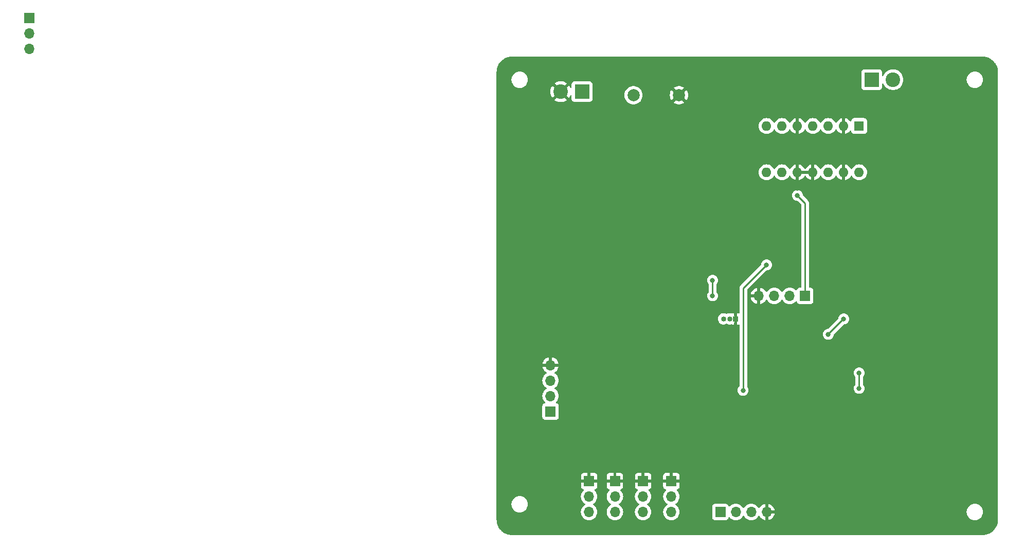
<source format=gbr>
%TF.GenerationSoftware,KiCad,Pcbnew,7.0.8*%
%TF.CreationDate,2025-04-12T00:46:53+05:30*%
%TF.ProjectId,hardware assignement,68617264-7761-4726-9520-61737369676e,rev?*%
%TF.SameCoordinates,Original*%
%TF.FileFunction,Copper,L2,Bot*%
%TF.FilePolarity,Positive*%
%FSLAX46Y46*%
G04 Gerber Fmt 4.6, Leading zero omitted, Abs format (unit mm)*
G04 Created by KiCad (PCBNEW 7.0.8) date 2025-04-12 00:46:53*
%MOMM*%
%LPD*%
G01*
G04 APERTURE LIST*
%TA.AperFunction,ComponentPad*%
%ADD10O,1.700000X1.700000*%
%TD*%
%TA.AperFunction,ComponentPad*%
%ADD11R,1.700000X1.700000*%
%TD*%
%TA.AperFunction,ComponentPad*%
%ADD12C,2.400000*%
%TD*%
%TA.AperFunction,ComponentPad*%
%ADD13R,2.400000X2.400000*%
%TD*%
%TA.AperFunction,ComponentPad*%
%ADD14C,2.000000*%
%TD*%
%TA.AperFunction,ComponentPad*%
%ADD15O,1.600000X1.600000*%
%TD*%
%TA.AperFunction,ComponentPad*%
%ADD16R,1.600000X1.600000*%
%TD*%
%TA.AperFunction,ComponentPad*%
%ADD17O,0.850000X0.850000*%
%TD*%
%TA.AperFunction,ComponentPad*%
%ADD18R,0.850000X0.850000*%
%TD*%
%TA.AperFunction,ViaPad*%
%ADD19C,0.800000*%
%TD*%
%TA.AperFunction,ViaPad*%
%ADD20C,1.000000*%
%TD*%
%TA.AperFunction,Conductor*%
%ADD21C,0.250000*%
%TD*%
%TA.AperFunction,Conductor*%
%ADD22C,0.300000*%
%TD*%
G04 APERTURE END LIST*
D10*
%TO.P,uart,4,Pin_4*%
%TO.N,GND*%
X156220000Y-101600000D03*
%TO.P,uart,3,Pin_3*%
%TO.N,Net-(J9-Pin_3)*%
X153680000Y-101600000D03*
%TO.P,uart,2,Pin_2*%
%TO.N,Net-(J9-Pin_2)*%
X151140000Y-101600000D03*
D11*
%TO.P,uart,1,Pin_1*%
%TO.N,+3.3V*%
X148600000Y-101600000D03*
%TD*%
D10*
%TO.P,I2C,4,Pin_4*%
%TO.N,GND*%
X154930000Y-66040000D03*
%TO.P,I2C,3,Pin_3*%
%TO.N,/SDA*%
X157470000Y-66040000D03*
%TO.P,I2C,2,Pin_2*%
%TO.N,/SCL*%
X160010000Y-66040000D03*
D11*
%TO.P,I2C,1,Pin_1*%
%TO.N,+3.3V*%
X162550000Y-66040000D03*
%TD*%
D10*
%TO.P,Serial,4,Pin_4*%
%TO.N,GND*%
X120650000Y-77460000D03*
%TO.P,Serial,3,Pin_3*%
%TO.N,/SWCLK*%
X120650000Y-80000000D03*
%TO.P,Serial,2,Pin_2*%
%TO.N,/SWDIO*%
X120650000Y-82540000D03*
D11*
%TO.P,Serial,1,Pin_1*%
%TO.N,+3.3VA*%
X120650000Y-85080000D03*
%TD*%
D10*
%TO.P,J12,3,Pin_3*%
%TO.N,Net-(J12-Pin_3)*%
X34880000Y-25415000D03*
%TO.P,J12,2,Pin_2*%
%TO.N,/vout*%
X34880000Y-22875000D03*
D11*
%TO.P,J12,1,Pin_1*%
%TO.N,Net-(J12-Pin_1)*%
X34880000Y-20335000D03*
%TD*%
D12*
%TO.P,J11,2,Pin_2*%
%TO.N,/screw2mos*%
X177020000Y-30480000D03*
D13*
%TO.P,J11,1,Pin_1*%
%TO.N,+36V*%
X173520000Y-30480000D03*
%TD*%
D12*
%TO.P,J10,2,Pin_2*%
%TO.N,GND*%
X122320000Y-32450000D03*
D13*
%TO.P,J10,1,Pin_1*%
%TO.N,+36V*%
X125820000Y-32450000D03*
%TD*%
D10*
%TO.P,J7,3,Pin_3*%
%TO.N,+3.3V*%
X140540000Y-101615000D03*
%TO.P,J7,2,Pin_2*%
%TO.N,Net-(J7-Pin_2)*%
X140540000Y-99075000D03*
D11*
%TO.P,J7,1,Pin_1*%
%TO.N,GND*%
X140540000Y-96535000D03*
%TD*%
D10*
%TO.P,J6,3,Pin_3*%
%TO.N,+3.3V*%
X135890000Y-101615000D03*
%TO.P,J6,2,Pin_2*%
%TO.N,Net-(J6-Pin_2)*%
X135890000Y-99075000D03*
D11*
%TO.P,J6,1,Pin_1*%
%TO.N,GND*%
X135890000Y-96535000D03*
%TD*%
D10*
%TO.P,J3,3,Pin_3*%
%TO.N,+3.3V*%
X131240000Y-101615000D03*
%TO.P,J3,2,Pin_2*%
%TO.N,Net-(J3-Pin_2)*%
X131240000Y-99075000D03*
D11*
%TO.P,J3,1,Pin_1*%
%TO.N,GND*%
X131240000Y-96535000D03*
%TD*%
D10*
%TO.P,J1,3,Pin_3*%
%TO.N,+3.3V*%
X127000000Y-101615000D03*
%TO.P,J1,2,Pin_2*%
%TO.N,Net-(J1-Pin_2)*%
X127000000Y-99075000D03*
D11*
%TO.P,J1,1,Pin_1*%
%TO.N,GND*%
X127000000Y-96535000D03*
%TD*%
D14*
%TO.P,C12,2*%
%TO.N,GND*%
X141790000Y-33020000D03*
%TO.P,C12,1*%
%TO.N,+36V*%
X134290000Y-33020000D03*
%TD*%
D15*
%TO.P,U3,14,NC*%
%TO.N,unconnected-(U3-NC-Pad14)*%
X171450000Y-45720000D03*
%TO.P,U3,13,VSS*%
%TO.N,GND*%
X168910000Y-45720000D03*
%TO.P,U3,12,LIN*%
%TO.N,PWM_pin*%
X166370000Y-45720000D03*
%TO.P,U3,11,SD*%
%TO.N,GND*%
X163830000Y-45720000D03*
%TO.P,U3,10,HIN*%
X161290000Y-45720000D03*
%TO.P,U3,9,VDD*%
%TO.N,+3.3V*%
X158750000Y-45720000D03*
%TO.P,U3,8,NC*%
%TO.N,unconnected-(U3-NC-Pad8)*%
X156210000Y-45720000D03*
%TO.P,U3,7,HO*%
%TO.N,unconnected-(U3-HO-Pad7)*%
X156210000Y-38100000D03*
%TO.P,U3,6,VB*%
%TO.N,unconnected-(U3-VB-Pad6)*%
X158750000Y-38100000D03*
%TO.P,U3,5,VS*%
%TO.N,GND*%
X161290000Y-38100000D03*
%TO.P,U3,4,NC*%
%TO.N,unconnected-(U3-NC-Pad4)*%
X163830000Y-38100000D03*
%TO.P,U3,3,VCC*%
%TO.N,+36V*%
X166370000Y-38100000D03*
%TO.P,U3,2,COM*%
%TO.N,GND*%
X168910000Y-38100000D03*
D16*
%TO.P,U3,1,LO*%
%TO.N,Net-(U3-LO)*%
X171450000Y-38100000D03*
%TD*%
D17*
%TO.P,SW1,3,C*%
%TO.N,+3.3V*%
X149130000Y-69850000D03*
%TO.P,SW1,2,B*%
%TO.N,/sw_boot0*%
X150130000Y-69850000D03*
D18*
%TO.P,SW1,1,A*%
%TO.N,GND*%
X151130000Y-69850000D03*
%TD*%
D19*
%TO.N,GND*%
X149860000Y-81280000D03*
X175260000Y-83820000D03*
X132080000Y-41910000D03*
X131992750Y-44268376D03*
X124856994Y-47491799D03*
D20*
X182880000Y-35560000D03*
X180340000Y-43180000D03*
D19*
X140970000Y-80010000D03*
X158126658Y-78762225D03*
X121920000Y-43180000D03*
D20*
X119380000Y-34290000D03*
X119380000Y-33020000D03*
X119380000Y-31750000D03*
X144780000Y-29210000D03*
X143510000Y-29210000D03*
X142240000Y-29210000D03*
X161290000Y-48260000D03*
X163830000Y-48260000D03*
X168910000Y-48260000D03*
X158750000Y-53340000D03*
X181610000Y-35560000D03*
X181610000Y-43180000D03*
D19*
X176530000Y-46990000D03*
X179070000Y-49530000D03*
X140065445Y-85549273D03*
X163830000Y-71120000D03*
X156210000Y-72390000D03*
X154940000Y-68580000D03*
X151211070Y-67900557D03*
X151083494Y-71740597D03*
X140547490Y-77625835D03*
X134620000Y-76200000D03*
X129540000Y-81280000D03*
X136515122Y-83300227D03*
X134620000Y-86360000D03*
X158750000Y-90170000D03*
X158750000Y-87630000D03*
X153670000Y-82550000D03*
X162560000Y-77470000D03*
X177800000Y-76200000D03*
X186690000Y-77470000D03*
%TO.N,+3.3V*%
X147320000Y-66040000D03*
X147320000Y-63500000D03*
X171450000Y-81280000D03*
X171450000Y-78740000D03*
X161290000Y-49530000D03*
%TO.N,PWM_pin*%
X156210000Y-60960000D03*
X152329505Y-81595897D03*
%TO.N,/SWCLK*%
X166370000Y-72390000D03*
X168910000Y-69850000D03*
%TD*%
D21*
%TO.N,PWM_pin*%
X152400000Y-64770000D02*
X156210000Y-60960000D01*
X152329505Y-81595897D02*
X152400000Y-81525402D01*
X152400000Y-81525402D02*
X152400000Y-64770000D01*
%TO.N,+3.3V*%
X147320000Y-63500000D02*
X147320000Y-66040000D01*
X171450000Y-78740000D02*
X171450000Y-81280000D01*
X162550000Y-50790000D02*
X161290000Y-49530000D01*
X162550000Y-66040000D02*
X162550000Y-50790000D01*
D22*
%TO.N,/SWCLK*%
X168910000Y-69850000D02*
X166370000Y-72390000D01*
%TD*%
%TA.AperFunction,Conductor*%
%TO.N,GND*%
G36*
X163502359Y-45481955D02*
G01*
X163444835Y-45594852D01*
X163425014Y-45720000D01*
X163444835Y-45845148D01*
X163502359Y-45958045D01*
X163514314Y-45970000D01*
X161605686Y-45970000D01*
X161617641Y-45958045D01*
X161675165Y-45845148D01*
X161694986Y-45720000D01*
X161675165Y-45594852D01*
X161617641Y-45481955D01*
X161605686Y-45470000D01*
X163514314Y-45470000D01*
X163502359Y-45481955D01*
G37*
%TD.AperFunction*%
%TA.AperFunction,Conductor*%
G36*
X191771737Y-26670598D02*
G01*
X191805041Y-26672467D01*
X191885603Y-26676992D01*
X192057691Y-26687401D01*
X192064297Y-26688160D01*
X192135907Y-26700327D01*
X192200343Y-26711277D01*
X192293462Y-26728340D01*
X192349227Y-26738560D01*
X192355198Y-26739963D01*
X192492032Y-26779384D01*
X192632850Y-26823265D01*
X192638092Y-26825164D01*
X192771420Y-26880391D01*
X192904609Y-26940334D01*
X192909147Y-26942605D01*
X192982221Y-26982991D01*
X193036422Y-27012947D01*
X193036439Y-27012956D01*
X193160935Y-27088217D01*
X193164739Y-27090711D01*
X193282726Y-27174427D01*
X193285072Y-27176176D01*
X193380416Y-27250874D01*
X193398332Y-27264910D01*
X193401409Y-27267486D01*
X193509430Y-27364018D01*
X193511957Y-27366408D01*
X193613590Y-27468041D01*
X193615980Y-27470568D01*
X193712512Y-27578589D01*
X193715088Y-27581666D01*
X193803811Y-27694912D01*
X193805571Y-27697272D01*
X193889287Y-27815259D01*
X193891781Y-27819063D01*
X193967043Y-27943560D01*
X194037393Y-28070851D01*
X194039668Y-28075398D01*
X194099609Y-28208581D01*
X194154831Y-28341899D01*
X194156744Y-28347183D01*
X194179633Y-28420634D01*
X194200631Y-28488021D01*
X194240032Y-28624790D01*
X194241440Y-28630781D01*
X194268722Y-28779656D01*
X194291835Y-28915683D01*
X194292599Y-28922330D01*
X194303012Y-29094475D01*
X194309402Y-29208263D01*
X194309500Y-29211741D01*
X194309500Y-102868258D01*
X194309402Y-102871736D01*
X194303012Y-102985524D01*
X194292599Y-103157668D01*
X194291835Y-103164315D01*
X194268722Y-103300343D01*
X194241440Y-103449217D01*
X194240032Y-103455208D01*
X194200625Y-103592001D01*
X194156744Y-103732815D01*
X194154831Y-103738099D01*
X194099609Y-103871418D01*
X194039668Y-104004600D01*
X194037394Y-104009147D01*
X193967043Y-104136439D01*
X193891781Y-104260936D01*
X193889287Y-104264739D01*
X193805571Y-104382726D01*
X193803811Y-104385086D01*
X193715088Y-104498332D01*
X193712512Y-104501409D01*
X193615980Y-104609430D01*
X193613590Y-104611957D01*
X193511957Y-104713590D01*
X193509430Y-104715980D01*
X193401409Y-104812512D01*
X193398332Y-104815088D01*
X193285086Y-104903811D01*
X193282726Y-104905571D01*
X193164739Y-104989287D01*
X193160936Y-104991781D01*
X193036439Y-105067043D01*
X192909147Y-105137394D01*
X192904600Y-105139668D01*
X192771418Y-105199609D01*
X192638099Y-105254831D01*
X192632815Y-105256744D01*
X192515231Y-105293385D01*
X192491990Y-105300627D01*
X192355208Y-105340032D01*
X192349217Y-105341440D01*
X192200343Y-105368722D01*
X192064315Y-105391835D01*
X192057668Y-105392599D01*
X191885524Y-105403012D01*
X191771736Y-105409402D01*
X191768258Y-105409500D01*
X114301742Y-105409500D01*
X114298265Y-105409402D01*
X114184475Y-105403012D01*
X114012330Y-105392599D01*
X114005683Y-105391835D01*
X113869656Y-105368722D01*
X113720781Y-105341440D01*
X113714790Y-105340032D01*
X113578021Y-105300631D01*
X113510634Y-105279633D01*
X113437183Y-105256744D01*
X113431899Y-105254831D01*
X113298581Y-105199609D01*
X113165398Y-105139668D01*
X113160851Y-105137393D01*
X113033560Y-105067043D01*
X112909063Y-104991781D01*
X112905259Y-104989287D01*
X112787272Y-104905571D01*
X112784912Y-104903811D01*
X112671666Y-104815088D01*
X112668589Y-104812512D01*
X112560568Y-104715980D01*
X112558041Y-104713590D01*
X112456408Y-104611957D01*
X112454018Y-104609430D01*
X112357486Y-104501409D01*
X112354910Y-104498332D01*
X112340874Y-104480416D01*
X112266176Y-104385072D01*
X112264427Y-104382726D01*
X112180711Y-104264739D01*
X112178217Y-104260935D01*
X112102956Y-104136439D01*
X112032605Y-104009147D01*
X112030330Y-104004600D01*
X111970390Y-103871418D01*
X111915167Y-103738099D01*
X111913265Y-103732850D01*
X111869375Y-103592001D01*
X111829963Y-103455198D01*
X111828560Y-103449227D01*
X111818340Y-103393462D01*
X111801277Y-103300343D01*
X111790327Y-103235907D01*
X111778160Y-103164297D01*
X111777401Y-103157691D01*
X111766992Y-102985603D01*
X111762626Y-102907867D01*
X111760598Y-102871736D01*
X111760500Y-102868259D01*
X111760500Y-100330000D01*
X114214341Y-100330000D01*
X114234936Y-100565403D01*
X114234938Y-100565413D01*
X114296094Y-100793655D01*
X114296096Y-100793659D01*
X114296097Y-100793663D01*
X114346031Y-100900746D01*
X114395964Y-101007828D01*
X114395965Y-101007830D01*
X114531505Y-101201402D01*
X114698597Y-101368494D01*
X114892169Y-101504034D01*
X114892171Y-101504035D01*
X115106337Y-101603903D01*
X115334592Y-101665063D01*
X115511034Y-101680500D01*
X115628966Y-101680500D01*
X115805408Y-101665063D01*
X115992248Y-101615000D01*
X125644341Y-101615000D01*
X125664936Y-101850403D01*
X125664938Y-101850413D01*
X125726094Y-102078655D01*
X125726096Y-102078659D01*
X125726097Y-102078663D01*
X125802364Y-102242217D01*
X125825965Y-102292830D01*
X125825967Y-102292834D01*
X125934281Y-102447521D01*
X125961505Y-102486401D01*
X126128599Y-102653495D01*
X126225384Y-102721265D01*
X126322165Y-102789032D01*
X126322167Y-102789033D01*
X126322170Y-102789035D01*
X126536337Y-102888903D01*
X126764592Y-102950063D01*
X126952918Y-102966539D01*
X126999999Y-102970659D01*
X127000000Y-102970659D01*
X127000001Y-102970659D01*
X127039234Y-102967226D01*
X127235408Y-102950063D01*
X127463663Y-102888903D01*
X127677830Y-102789035D01*
X127871401Y-102653495D01*
X128038495Y-102486401D01*
X128174035Y-102292830D01*
X128273903Y-102078663D01*
X128335063Y-101850408D01*
X128355659Y-101615000D01*
X129884341Y-101615000D01*
X129904936Y-101850403D01*
X129904938Y-101850413D01*
X129966094Y-102078655D01*
X129966096Y-102078659D01*
X129966097Y-102078663D01*
X130042364Y-102242217D01*
X130065965Y-102292830D01*
X130065967Y-102292834D01*
X130174281Y-102447521D01*
X130201505Y-102486401D01*
X130368599Y-102653495D01*
X130465384Y-102721265D01*
X130562165Y-102789032D01*
X130562167Y-102789033D01*
X130562170Y-102789035D01*
X130776337Y-102888903D01*
X131004592Y-102950063D01*
X131192918Y-102966539D01*
X131239999Y-102970659D01*
X131240000Y-102970659D01*
X131240001Y-102970659D01*
X131279234Y-102967226D01*
X131475408Y-102950063D01*
X131703663Y-102888903D01*
X131917830Y-102789035D01*
X132111401Y-102653495D01*
X132278495Y-102486401D01*
X132414035Y-102292830D01*
X132513903Y-102078663D01*
X132575063Y-101850408D01*
X132595659Y-101615000D01*
X134534341Y-101615000D01*
X134554936Y-101850403D01*
X134554938Y-101850413D01*
X134616094Y-102078655D01*
X134616096Y-102078659D01*
X134616097Y-102078663D01*
X134692364Y-102242217D01*
X134715965Y-102292830D01*
X134715967Y-102292834D01*
X134824281Y-102447521D01*
X134851505Y-102486401D01*
X135018599Y-102653495D01*
X135115384Y-102721265D01*
X135212165Y-102789032D01*
X135212167Y-102789033D01*
X135212170Y-102789035D01*
X135426337Y-102888903D01*
X135654592Y-102950063D01*
X135842918Y-102966539D01*
X135889999Y-102970659D01*
X135890000Y-102970659D01*
X135890001Y-102970659D01*
X135929234Y-102967226D01*
X136125408Y-102950063D01*
X136353663Y-102888903D01*
X136567830Y-102789035D01*
X136761401Y-102653495D01*
X136928495Y-102486401D01*
X137064035Y-102292830D01*
X137163903Y-102078663D01*
X137225063Y-101850408D01*
X137245659Y-101615000D01*
X139184341Y-101615000D01*
X139204936Y-101850403D01*
X139204938Y-101850413D01*
X139266094Y-102078655D01*
X139266096Y-102078659D01*
X139266097Y-102078663D01*
X139342364Y-102242217D01*
X139365965Y-102292830D01*
X139365967Y-102292834D01*
X139474281Y-102447521D01*
X139501505Y-102486401D01*
X139668599Y-102653495D01*
X139765384Y-102721265D01*
X139862165Y-102789032D01*
X139862167Y-102789033D01*
X139862170Y-102789035D01*
X140076337Y-102888903D01*
X140304592Y-102950063D01*
X140492918Y-102966539D01*
X140539999Y-102970659D01*
X140540000Y-102970659D01*
X140540001Y-102970659D01*
X140579234Y-102967226D01*
X140775408Y-102950063D01*
X141003663Y-102888903D01*
X141217830Y-102789035D01*
X141411401Y-102653495D01*
X141567026Y-102497870D01*
X147249500Y-102497870D01*
X147249501Y-102497876D01*
X147255908Y-102557483D01*
X147306202Y-102692328D01*
X147306206Y-102692335D01*
X147392452Y-102807544D01*
X147392455Y-102807547D01*
X147507664Y-102893793D01*
X147507671Y-102893797D01*
X147642517Y-102944091D01*
X147642516Y-102944091D01*
X147649444Y-102944835D01*
X147702127Y-102950500D01*
X149497872Y-102950499D01*
X149557483Y-102944091D01*
X149692331Y-102893796D01*
X149807546Y-102807546D01*
X149893796Y-102692331D01*
X149942810Y-102560916D01*
X149984681Y-102504984D01*
X150050145Y-102480566D01*
X150118418Y-102495417D01*
X150146673Y-102516569D01*
X150268599Y-102638495D01*
X150365384Y-102706265D01*
X150462165Y-102774032D01*
X150462167Y-102774033D01*
X150462170Y-102774035D01*
X150676337Y-102873903D01*
X150904592Y-102935063D01*
X151081034Y-102950500D01*
X151139999Y-102955659D01*
X151140000Y-102955659D01*
X151140001Y-102955659D01*
X151198966Y-102950500D01*
X151375408Y-102935063D01*
X151603663Y-102873903D01*
X151817830Y-102774035D01*
X152011401Y-102638495D01*
X152178495Y-102471401D01*
X152308425Y-102285842D01*
X152363002Y-102242217D01*
X152432500Y-102235023D01*
X152494855Y-102266546D01*
X152511575Y-102285842D01*
X152641500Y-102471395D01*
X152641505Y-102471401D01*
X152808599Y-102638495D01*
X152905384Y-102706265D01*
X153002165Y-102774032D01*
X153002167Y-102774033D01*
X153002170Y-102774035D01*
X153216337Y-102873903D01*
X153444592Y-102935063D01*
X153621034Y-102950500D01*
X153679999Y-102955659D01*
X153680000Y-102955659D01*
X153680001Y-102955659D01*
X153738966Y-102950500D01*
X153915408Y-102935063D01*
X154143663Y-102873903D01*
X154357830Y-102774035D01*
X154551401Y-102638495D01*
X154718495Y-102471401D01*
X154848730Y-102285405D01*
X154903307Y-102241781D01*
X154972805Y-102234587D01*
X155035160Y-102266110D01*
X155051879Y-102285405D01*
X155181890Y-102471078D01*
X155348917Y-102638105D01*
X155542421Y-102773600D01*
X155756507Y-102873429D01*
X155756516Y-102873433D01*
X155970000Y-102930634D01*
X155970000Y-102035501D01*
X156077685Y-102084680D01*
X156184237Y-102100000D01*
X156255763Y-102100000D01*
X156362315Y-102084680D01*
X156470000Y-102035501D01*
X156470000Y-102930633D01*
X156683483Y-102873433D01*
X156683492Y-102873429D01*
X156897578Y-102773600D01*
X157091082Y-102638105D01*
X157258105Y-102471082D01*
X157393600Y-102277578D01*
X157493429Y-102063492D01*
X157493432Y-102063486D01*
X157550636Y-101850000D01*
X156653686Y-101850000D01*
X156679493Y-101809844D01*
X156720000Y-101671889D01*
X156720000Y-101600000D01*
X189144341Y-101600000D01*
X189164936Y-101835403D01*
X189164938Y-101835413D01*
X189226094Y-102063655D01*
X189226096Y-102063659D01*
X189226097Y-102063663D01*
X189276031Y-102170746D01*
X189325964Y-102277828D01*
X189325965Y-102277830D01*
X189461505Y-102471402D01*
X189628597Y-102638494D01*
X189822169Y-102774034D01*
X189822171Y-102774035D01*
X190036337Y-102873903D01*
X190264592Y-102935063D01*
X190441034Y-102950500D01*
X190558966Y-102950500D01*
X190735408Y-102935063D01*
X190963663Y-102873903D01*
X191177829Y-102774035D01*
X191371401Y-102638495D01*
X191538495Y-102471401D01*
X191674035Y-102277830D01*
X191773903Y-102063663D01*
X191835063Y-101835408D01*
X191855659Y-101600000D01*
X191835063Y-101364592D01*
X191773903Y-101136337D01*
X191674035Y-100922171D01*
X191674034Y-100922169D01*
X191538494Y-100728597D01*
X191371402Y-100561505D01*
X191177830Y-100425965D01*
X191177828Y-100425964D01*
X191004200Y-100345000D01*
X190963663Y-100326097D01*
X190963659Y-100326096D01*
X190963655Y-100326094D01*
X190735413Y-100264938D01*
X190735403Y-100264936D01*
X190558966Y-100249500D01*
X190441034Y-100249500D01*
X190264596Y-100264936D01*
X190264586Y-100264938D01*
X190036344Y-100326094D01*
X190036335Y-100326098D01*
X189822171Y-100425964D01*
X189822169Y-100425965D01*
X189628597Y-100561505D01*
X189461506Y-100728597D01*
X189461501Y-100728604D01*
X189325967Y-100922165D01*
X189325965Y-100922169D01*
X189226098Y-101136335D01*
X189226094Y-101136344D01*
X189164938Y-101364586D01*
X189164936Y-101364596D01*
X189144341Y-101599999D01*
X189144341Y-101600000D01*
X156720000Y-101600000D01*
X156720000Y-101528111D01*
X156679493Y-101390156D01*
X156653686Y-101350000D01*
X157550636Y-101350000D01*
X157550635Y-101349999D01*
X157493432Y-101136513D01*
X157493429Y-101136507D01*
X157393600Y-100922422D01*
X157393599Y-100922420D01*
X157258113Y-100728926D01*
X157258108Y-100728920D01*
X157091082Y-100561894D01*
X156897578Y-100426399D01*
X156683492Y-100326570D01*
X156683486Y-100326567D01*
X156470000Y-100269364D01*
X156470000Y-101164498D01*
X156362315Y-101115320D01*
X156255763Y-101100000D01*
X156184237Y-101100000D01*
X156077685Y-101115320D01*
X155970000Y-101164498D01*
X155970000Y-100269364D01*
X155969999Y-100269364D01*
X155756513Y-100326567D01*
X155756507Y-100326570D01*
X155542422Y-100426399D01*
X155542420Y-100426400D01*
X155348926Y-100561886D01*
X155348920Y-100561891D01*
X155181891Y-100728920D01*
X155181890Y-100728922D01*
X155051880Y-100914595D01*
X154997303Y-100958219D01*
X154927804Y-100965412D01*
X154865450Y-100933890D01*
X154848730Y-100914594D01*
X154718494Y-100728597D01*
X154551402Y-100561506D01*
X154551395Y-100561501D01*
X154357834Y-100425967D01*
X154357830Y-100425965D01*
X154357828Y-100425964D01*
X154143663Y-100326097D01*
X154143659Y-100326096D01*
X154143655Y-100326094D01*
X153915413Y-100264938D01*
X153915403Y-100264936D01*
X153680001Y-100244341D01*
X153679999Y-100244341D01*
X153444596Y-100264936D01*
X153444586Y-100264938D01*
X153216344Y-100326094D01*
X153216335Y-100326098D01*
X153002171Y-100425964D01*
X153002169Y-100425965D01*
X152808597Y-100561505D01*
X152641505Y-100728597D01*
X152511575Y-100914158D01*
X152456998Y-100957783D01*
X152387500Y-100964977D01*
X152325145Y-100933454D01*
X152308425Y-100914158D01*
X152178494Y-100728597D01*
X152011402Y-100561506D01*
X152011395Y-100561501D01*
X151817834Y-100425967D01*
X151817830Y-100425965D01*
X151817828Y-100425964D01*
X151603663Y-100326097D01*
X151603659Y-100326096D01*
X151603655Y-100326094D01*
X151375413Y-100264938D01*
X151375403Y-100264936D01*
X151140001Y-100244341D01*
X151139999Y-100244341D01*
X150904596Y-100264936D01*
X150904586Y-100264938D01*
X150676344Y-100326094D01*
X150676335Y-100326098D01*
X150462171Y-100425964D01*
X150462169Y-100425965D01*
X150268600Y-100561503D01*
X150146673Y-100683430D01*
X150085350Y-100716914D01*
X150015658Y-100711930D01*
X149959725Y-100670058D01*
X149942810Y-100639081D01*
X149893797Y-100507671D01*
X149893793Y-100507664D01*
X149807547Y-100392455D01*
X149807544Y-100392452D01*
X149692335Y-100306206D01*
X149692328Y-100306202D01*
X149557482Y-100255908D01*
X149557483Y-100255908D01*
X149497883Y-100249501D01*
X149497881Y-100249500D01*
X149497873Y-100249500D01*
X149497864Y-100249500D01*
X147702129Y-100249500D01*
X147702123Y-100249501D01*
X147642516Y-100255908D01*
X147507671Y-100306202D01*
X147507664Y-100306206D01*
X147392455Y-100392452D01*
X147392452Y-100392455D01*
X147306206Y-100507664D01*
X147306202Y-100507671D01*
X147255908Y-100642517D01*
X147249501Y-100702116D01*
X147249500Y-100702135D01*
X147249500Y-102497870D01*
X141567026Y-102497870D01*
X141578495Y-102486401D01*
X141714035Y-102292830D01*
X141813903Y-102078663D01*
X141875063Y-101850408D01*
X141895659Y-101615000D01*
X141875063Y-101379592D01*
X141813903Y-101151337D01*
X141714035Y-100937171D01*
X141711433Y-100933454D01*
X141578494Y-100743597D01*
X141411402Y-100576506D01*
X141411396Y-100576501D01*
X141225842Y-100446575D01*
X141182217Y-100391998D01*
X141175023Y-100322500D01*
X141206546Y-100260145D01*
X141225842Y-100243425D01*
X141248026Y-100227891D01*
X141411401Y-100113495D01*
X141578495Y-99946401D01*
X141714035Y-99752830D01*
X141813903Y-99538663D01*
X141875063Y-99310408D01*
X141895659Y-99075000D01*
X141875063Y-98839592D01*
X141813903Y-98611337D01*
X141714035Y-98397171D01*
X141578495Y-98203599D01*
X141456179Y-98081283D01*
X141422696Y-98019963D01*
X141427680Y-97950271D01*
X141469551Y-97894337D01*
X141500529Y-97877422D01*
X141632086Y-97828354D01*
X141632093Y-97828350D01*
X141747187Y-97742190D01*
X141747190Y-97742187D01*
X141833350Y-97627093D01*
X141833354Y-97627086D01*
X141883596Y-97492379D01*
X141883598Y-97492372D01*
X141889999Y-97432844D01*
X141890000Y-97432827D01*
X141890000Y-96785000D01*
X140973686Y-96785000D01*
X140999493Y-96744844D01*
X141040000Y-96606889D01*
X141040000Y-96463111D01*
X140999493Y-96325156D01*
X140973686Y-96285000D01*
X141890000Y-96285000D01*
X141890000Y-95637172D01*
X141889999Y-95637155D01*
X141883598Y-95577627D01*
X141883596Y-95577620D01*
X141833354Y-95442913D01*
X141833350Y-95442906D01*
X141747190Y-95327812D01*
X141747187Y-95327809D01*
X141632093Y-95241649D01*
X141632086Y-95241645D01*
X141497379Y-95191403D01*
X141497372Y-95191401D01*
X141437844Y-95185000D01*
X140790000Y-95185000D01*
X140790000Y-96099498D01*
X140682315Y-96050320D01*
X140575763Y-96035000D01*
X140504237Y-96035000D01*
X140397685Y-96050320D01*
X140290000Y-96099498D01*
X140290000Y-95185000D01*
X139642155Y-95185000D01*
X139582627Y-95191401D01*
X139582620Y-95191403D01*
X139447913Y-95241645D01*
X139447906Y-95241649D01*
X139332812Y-95327809D01*
X139332809Y-95327812D01*
X139246649Y-95442906D01*
X139246645Y-95442913D01*
X139196403Y-95577620D01*
X139196401Y-95577627D01*
X139190000Y-95637155D01*
X139190000Y-96285000D01*
X140106314Y-96285000D01*
X140080507Y-96325156D01*
X140040000Y-96463111D01*
X140040000Y-96606889D01*
X140080507Y-96744844D01*
X140106314Y-96785000D01*
X139190000Y-96785000D01*
X139190000Y-97432844D01*
X139196401Y-97492372D01*
X139196403Y-97492379D01*
X139246645Y-97627086D01*
X139246649Y-97627093D01*
X139332809Y-97742187D01*
X139332812Y-97742190D01*
X139447906Y-97828350D01*
X139447913Y-97828354D01*
X139579470Y-97877421D01*
X139635403Y-97919292D01*
X139659821Y-97984756D01*
X139644970Y-98053029D01*
X139623819Y-98081284D01*
X139501503Y-98203600D01*
X139365965Y-98397169D01*
X139365964Y-98397171D01*
X139266098Y-98611335D01*
X139266094Y-98611344D01*
X139204938Y-98839586D01*
X139204936Y-98839596D01*
X139184341Y-99074999D01*
X139184341Y-99075000D01*
X139204936Y-99310403D01*
X139204938Y-99310413D01*
X139266094Y-99538655D01*
X139266096Y-99538659D01*
X139266097Y-99538663D01*
X139319027Y-99652171D01*
X139365965Y-99752830D01*
X139365967Y-99752834D01*
X139501501Y-99946395D01*
X139501506Y-99946402D01*
X139668597Y-100113493D01*
X139668603Y-100113498D01*
X139854158Y-100243425D01*
X139897783Y-100298002D01*
X139904977Y-100367500D01*
X139873454Y-100429855D01*
X139854158Y-100446575D01*
X139668597Y-100576505D01*
X139501505Y-100743597D01*
X139365965Y-100937169D01*
X139365964Y-100937171D01*
X139266098Y-101151335D01*
X139266094Y-101151344D01*
X139204938Y-101379586D01*
X139204936Y-101379596D01*
X139184341Y-101614999D01*
X139184341Y-101615000D01*
X137245659Y-101615000D01*
X137225063Y-101379592D01*
X137163903Y-101151337D01*
X137064035Y-100937171D01*
X137061433Y-100933454D01*
X136928494Y-100743597D01*
X136761402Y-100576506D01*
X136761396Y-100576501D01*
X136575842Y-100446575D01*
X136532217Y-100391998D01*
X136525023Y-100322500D01*
X136556546Y-100260145D01*
X136575842Y-100243425D01*
X136598026Y-100227891D01*
X136761401Y-100113495D01*
X136928495Y-99946401D01*
X137064035Y-99752830D01*
X137163903Y-99538663D01*
X137225063Y-99310408D01*
X137245659Y-99075000D01*
X137225063Y-98839592D01*
X137163903Y-98611337D01*
X137064035Y-98397171D01*
X136928495Y-98203599D01*
X136806179Y-98081283D01*
X136772696Y-98019963D01*
X136777680Y-97950271D01*
X136819551Y-97894337D01*
X136850529Y-97877422D01*
X136982086Y-97828354D01*
X136982093Y-97828350D01*
X137097187Y-97742190D01*
X137097190Y-97742187D01*
X137183350Y-97627093D01*
X137183354Y-97627086D01*
X137233596Y-97492379D01*
X137233598Y-97492372D01*
X137239999Y-97432844D01*
X137240000Y-97432827D01*
X137240000Y-96785000D01*
X136323686Y-96785000D01*
X136349493Y-96744844D01*
X136390000Y-96606889D01*
X136390000Y-96463111D01*
X136349493Y-96325156D01*
X136323686Y-96285000D01*
X137240000Y-96285000D01*
X137240000Y-95637172D01*
X137239999Y-95637155D01*
X137233598Y-95577627D01*
X137233596Y-95577620D01*
X137183354Y-95442913D01*
X137183350Y-95442906D01*
X137097190Y-95327812D01*
X137097187Y-95327809D01*
X136982093Y-95241649D01*
X136982086Y-95241645D01*
X136847379Y-95191403D01*
X136847372Y-95191401D01*
X136787844Y-95185000D01*
X136140000Y-95185000D01*
X136140000Y-96099498D01*
X136032315Y-96050320D01*
X135925763Y-96035000D01*
X135854237Y-96035000D01*
X135747685Y-96050320D01*
X135640000Y-96099498D01*
X135640000Y-95185000D01*
X134992155Y-95185000D01*
X134932627Y-95191401D01*
X134932620Y-95191403D01*
X134797913Y-95241645D01*
X134797906Y-95241649D01*
X134682812Y-95327809D01*
X134682809Y-95327812D01*
X134596649Y-95442906D01*
X134596645Y-95442913D01*
X134546403Y-95577620D01*
X134546401Y-95577627D01*
X134540000Y-95637155D01*
X134540000Y-96285000D01*
X135456314Y-96285000D01*
X135430507Y-96325156D01*
X135390000Y-96463111D01*
X135390000Y-96606889D01*
X135430507Y-96744844D01*
X135456314Y-96785000D01*
X134540000Y-96785000D01*
X134540000Y-97432844D01*
X134546401Y-97492372D01*
X134546403Y-97492379D01*
X134596645Y-97627086D01*
X134596649Y-97627093D01*
X134682809Y-97742187D01*
X134682812Y-97742190D01*
X134797906Y-97828350D01*
X134797913Y-97828354D01*
X134929470Y-97877421D01*
X134985403Y-97919292D01*
X135009821Y-97984756D01*
X134994970Y-98053029D01*
X134973819Y-98081284D01*
X134851503Y-98203600D01*
X134715965Y-98397169D01*
X134715964Y-98397171D01*
X134616098Y-98611335D01*
X134616094Y-98611344D01*
X134554938Y-98839586D01*
X134554936Y-98839596D01*
X134534341Y-99074999D01*
X134534341Y-99075000D01*
X134554936Y-99310403D01*
X134554938Y-99310413D01*
X134616094Y-99538655D01*
X134616096Y-99538659D01*
X134616097Y-99538663D01*
X134669027Y-99652171D01*
X134715965Y-99752830D01*
X134715967Y-99752834D01*
X134851501Y-99946395D01*
X134851506Y-99946402D01*
X135018597Y-100113493D01*
X135018603Y-100113498D01*
X135204158Y-100243425D01*
X135247783Y-100298002D01*
X135254977Y-100367500D01*
X135223454Y-100429855D01*
X135204158Y-100446575D01*
X135018597Y-100576505D01*
X134851505Y-100743597D01*
X134715965Y-100937169D01*
X134715964Y-100937171D01*
X134616098Y-101151335D01*
X134616094Y-101151344D01*
X134554938Y-101379586D01*
X134554936Y-101379596D01*
X134534341Y-101614999D01*
X134534341Y-101615000D01*
X132595659Y-101615000D01*
X132575063Y-101379592D01*
X132513903Y-101151337D01*
X132414035Y-100937171D01*
X132411433Y-100933454D01*
X132278494Y-100743597D01*
X132111402Y-100576506D01*
X132111396Y-100576501D01*
X131925842Y-100446575D01*
X131882217Y-100391998D01*
X131875023Y-100322500D01*
X131906546Y-100260145D01*
X131925842Y-100243425D01*
X131948026Y-100227891D01*
X132111401Y-100113495D01*
X132278495Y-99946401D01*
X132414035Y-99752830D01*
X132513903Y-99538663D01*
X132575063Y-99310408D01*
X132595659Y-99075000D01*
X132575063Y-98839592D01*
X132513903Y-98611337D01*
X132414035Y-98397171D01*
X132278495Y-98203599D01*
X132156179Y-98081283D01*
X132122696Y-98019963D01*
X132127680Y-97950271D01*
X132169551Y-97894337D01*
X132200529Y-97877422D01*
X132332086Y-97828354D01*
X132332093Y-97828350D01*
X132447187Y-97742190D01*
X132447190Y-97742187D01*
X132533350Y-97627093D01*
X132533354Y-97627086D01*
X132583596Y-97492379D01*
X132583598Y-97492372D01*
X132589999Y-97432844D01*
X132590000Y-97432827D01*
X132590000Y-96785000D01*
X131673686Y-96785000D01*
X131699493Y-96744844D01*
X131740000Y-96606889D01*
X131740000Y-96463111D01*
X131699493Y-96325156D01*
X131673686Y-96285000D01*
X132590000Y-96285000D01*
X132590000Y-95637172D01*
X132589999Y-95637155D01*
X132583598Y-95577627D01*
X132583596Y-95577620D01*
X132533354Y-95442913D01*
X132533350Y-95442906D01*
X132447190Y-95327812D01*
X132447187Y-95327809D01*
X132332093Y-95241649D01*
X132332086Y-95241645D01*
X132197379Y-95191403D01*
X132197372Y-95191401D01*
X132137844Y-95185000D01*
X131490000Y-95185000D01*
X131490000Y-96099498D01*
X131382315Y-96050320D01*
X131275763Y-96035000D01*
X131204237Y-96035000D01*
X131097685Y-96050320D01*
X130990000Y-96099498D01*
X130990000Y-95185000D01*
X130342155Y-95185000D01*
X130282627Y-95191401D01*
X130282620Y-95191403D01*
X130147913Y-95241645D01*
X130147906Y-95241649D01*
X130032812Y-95327809D01*
X130032809Y-95327812D01*
X129946649Y-95442906D01*
X129946645Y-95442913D01*
X129896403Y-95577620D01*
X129896401Y-95577627D01*
X129890000Y-95637155D01*
X129890000Y-96285000D01*
X130806314Y-96285000D01*
X130780507Y-96325156D01*
X130740000Y-96463111D01*
X130740000Y-96606889D01*
X130780507Y-96744844D01*
X130806314Y-96785000D01*
X129890000Y-96785000D01*
X129890000Y-97432844D01*
X129896401Y-97492372D01*
X129896403Y-97492379D01*
X129946645Y-97627086D01*
X129946649Y-97627093D01*
X130032809Y-97742187D01*
X130032812Y-97742190D01*
X130147906Y-97828350D01*
X130147913Y-97828354D01*
X130279470Y-97877421D01*
X130335403Y-97919292D01*
X130359821Y-97984756D01*
X130344970Y-98053029D01*
X130323819Y-98081284D01*
X130201503Y-98203600D01*
X130065965Y-98397169D01*
X130065964Y-98397171D01*
X129966098Y-98611335D01*
X129966094Y-98611344D01*
X129904938Y-98839586D01*
X129904936Y-98839596D01*
X129884341Y-99074999D01*
X129884341Y-99075000D01*
X129904936Y-99310403D01*
X129904938Y-99310413D01*
X129966094Y-99538655D01*
X129966096Y-99538659D01*
X129966097Y-99538663D01*
X130019027Y-99652171D01*
X130065965Y-99752830D01*
X130065967Y-99752834D01*
X130201501Y-99946395D01*
X130201506Y-99946402D01*
X130368597Y-100113493D01*
X130368603Y-100113498D01*
X130554158Y-100243425D01*
X130597783Y-100298002D01*
X130604977Y-100367500D01*
X130573454Y-100429855D01*
X130554158Y-100446575D01*
X130368597Y-100576505D01*
X130201505Y-100743597D01*
X130065965Y-100937169D01*
X130065964Y-100937171D01*
X129966098Y-101151335D01*
X129966094Y-101151344D01*
X129904938Y-101379586D01*
X129904936Y-101379596D01*
X129884341Y-101614999D01*
X129884341Y-101615000D01*
X128355659Y-101615000D01*
X128335063Y-101379592D01*
X128273903Y-101151337D01*
X128174035Y-100937171D01*
X128171433Y-100933454D01*
X128038494Y-100743597D01*
X127871402Y-100576506D01*
X127871396Y-100576501D01*
X127685842Y-100446575D01*
X127642217Y-100391998D01*
X127635023Y-100322500D01*
X127666546Y-100260145D01*
X127685842Y-100243425D01*
X127708026Y-100227891D01*
X127871401Y-100113495D01*
X128038495Y-99946401D01*
X128174035Y-99752830D01*
X128273903Y-99538663D01*
X128335063Y-99310408D01*
X128355659Y-99075000D01*
X128335063Y-98839592D01*
X128273903Y-98611337D01*
X128174035Y-98397171D01*
X128038495Y-98203599D01*
X127916179Y-98081283D01*
X127882696Y-98019963D01*
X127887680Y-97950271D01*
X127929551Y-97894337D01*
X127960529Y-97877422D01*
X128092086Y-97828354D01*
X128092093Y-97828350D01*
X128207187Y-97742190D01*
X128207190Y-97742187D01*
X128293350Y-97627093D01*
X128293354Y-97627086D01*
X128343596Y-97492379D01*
X128343598Y-97492372D01*
X128349999Y-97432844D01*
X128350000Y-97432827D01*
X128350000Y-96785000D01*
X127433686Y-96785000D01*
X127459493Y-96744844D01*
X127500000Y-96606889D01*
X127500000Y-96463111D01*
X127459493Y-96325156D01*
X127433686Y-96285000D01*
X128350000Y-96285000D01*
X128350000Y-95637172D01*
X128349999Y-95637155D01*
X128343598Y-95577627D01*
X128343596Y-95577620D01*
X128293354Y-95442913D01*
X128293350Y-95442906D01*
X128207190Y-95327812D01*
X128207187Y-95327809D01*
X128092093Y-95241649D01*
X128092086Y-95241645D01*
X127957379Y-95191403D01*
X127957372Y-95191401D01*
X127897844Y-95185000D01*
X127250000Y-95185000D01*
X127250000Y-96099498D01*
X127142315Y-96050320D01*
X127035763Y-96035000D01*
X126964237Y-96035000D01*
X126857685Y-96050320D01*
X126750000Y-96099498D01*
X126750000Y-95185000D01*
X126102155Y-95185000D01*
X126042627Y-95191401D01*
X126042620Y-95191403D01*
X125907913Y-95241645D01*
X125907906Y-95241649D01*
X125792812Y-95327809D01*
X125792809Y-95327812D01*
X125706649Y-95442906D01*
X125706645Y-95442913D01*
X125656403Y-95577620D01*
X125656401Y-95577627D01*
X125650000Y-95637155D01*
X125650000Y-96285000D01*
X126566314Y-96285000D01*
X126540507Y-96325156D01*
X126500000Y-96463111D01*
X126500000Y-96606889D01*
X126540507Y-96744844D01*
X126566314Y-96785000D01*
X125650000Y-96785000D01*
X125650000Y-97432844D01*
X125656401Y-97492372D01*
X125656403Y-97492379D01*
X125706645Y-97627086D01*
X125706649Y-97627093D01*
X125792809Y-97742187D01*
X125792812Y-97742190D01*
X125907906Y-97828350D01*
X125907913Y-97828354D01*
X126039470Y-97877421D01*
X126095403Y-97919292D01*
X126119821Y-97984756D01*
X126104970Y-98053029D01*
X126083819Y-98081284D01*
X125961503Y-98203600D01*
X125825965Y-98397169D01*
X125825964Y-98397171D01*
X125726098Y-98611335D01*
X125726094Y-98611344D01*
X125664938Y-98839586D01*
X125664936Y-98839596D01*
X125644341Y-99074999D01*
X125644341Y-99075000D01*
X125664936Y-99310403D01*
X125664938Y-99310413D01*
X125726094Y-99538655D01*
X125726096Y-99538659D01*
X125726097Y-99538663D01*
X125779027Y-99652171D01*
X125825965Y-99752830D01*
X125825967Y-99752834D01*
X125961501Y-99946395D01*
X125961506Y-99946402D01*
X126128597Y-100113493D01*
X126128603Y-100113498D01*
X126314158Y-100243425D01*
X126357783Y-100298002D01*
X126364977Y-100367500D01*
X126333454Y-100429855D01*
X126314158Y-100446575D01*
X126128597Y-100576505D01*
X125961505Y-100743597D01*
X125825965Y-100937169D01*
X125825964Y-100937171D01*
X125726098Y-101151335D01*
X125726094Y-101151344D01*
X125664938Y-101379586D01*
X125664936Y-101379596D01*
X125644341Y-101614999D01*
X125644341Y-101615000D01*
X115992248Y-101615000D01*
X116033663Y-101603903D01*
X116247829Y-101504035D01*
X116441401Y-101368495D01*
X116608495Y-101201401D01*
X116744035Y-101007830D01*
X116843903Y-100793663D01*
X116905063Y-100565408D01*
X116925659Y-100330000D01*
X116922859Y-100298002D01*
X116919967Y-100264937D01*
X116905063Y-100094592D01*
X116843903Y-99866337D01*
X116744035Y-99652171D01*
X116744034Y-99652169D01*
X116608494Y-99458597D01*
X116441402Y-99291505D01*
X116247830Y-99155965D01*
X116247828Y-99155964D01*
X116074200Y-99075000D01*
X116033663Y-99056097D01*
X116033659Y-99056096D01*
X116033655Y-99056094D01*
X115805413Y-98994938D01*
X115805403Y-98994936D01*
X115628966Y-98979500D01*
X115511034Y-98979500D01*
X115334596Y-98994936D01*
X115334586Y-98994938D01*
X115106344Y-99056094D01*
X115106335Y-99056098D01*
X114892171Y-99155964D01*
X114892169Y-99155965D01*
X114698597Y-99291505D01*
X114531506Y-99458597D01*
X114531501Y-99458604D01*
X114395967Y-99652165D01*
X114395965Y-99652169D01*
X114296098Y-99866335D01*
X114296094Y-99866344D01*
X114234938Y-100094586D01*
X114234936Y-100094596D01*
X114214341Y-100329999D01*
X114214341Y-100330000D01*
X111760500Y-100330000D01*
X111760500Y-82540000D01*
X119294341Y-82540000D01*
X119314936Y-82775403D01*
X119314938Y-82775413D01*
X119376094Y-83003655D01*
X119376096Y-83003659D01*
X119376097Y-83003663D01*
X119475965Y-83217830D01*
X119475967Y-83217834D01*
X119584281Y-83372521D01*
X119611501Y-83411396D01*
X119611506Y-83411402D01*
X119733430Y-83533326D01*
X119766915Y-83594649D01*
X119761931Y-83664341D01*
X119720059Y-83720274D01*
X119689083Y-83737189D01*
X119557669Y-83786203D01*
X119557664Y-83786206D01*
X119442455Y-83872452D01*
X119442452Y-83872455D01*
X119356206Y-83987664D01*
X119356202Y-83987671D01*
X119305908Y-84122517D01*
X119299501Y-84182116D01*
X119299501Y-84182123D01*
X119299500Y-84182135D01*
X119299500Y-85977870D01*
X119299501Y-85977876D01*
X119305908Y-86037483D01*
X119356202Y-86172328D01*
X119356206Y-86172335D01*
X119442452Y-86287544D01*
X119442455Y-86287547D01*
X119557664Y-86373793D01*
X119557671Y-86373797D01*
X119692517Y-86424091D01*
X119692516Y-86424091D01*
X119699444Y-86424835D01*
X119752127Y-86430500D01*
X121547872Y-86430499D01*
X121607483Y-86424091D01*
X121742331Y-86373796D01*
X121857546Y-86287546D01*
X121943796Y-86172331D01*
X121994091Y-86037483D01*
X122000500Y-85977873D01*
X122000499Y-84182128D01*
X121994091Y-84122517D01*
X121943796Y-83987669D01*
X121943795Y-83987668D01*
X121943793Y-83987664D01*
X121857547Y-83872455D01*
X121857544Y-83872452D01*
X121742335Y-83786206D01*
X121742328Y-83786202D01*
X121610917Y-83737189D01*
X121554983Y-83695318D01*
X121530566Y-83629853D01*
X121545418Y-83561580D01*
X121566563Y-83533332D01*
X121688495Y-83411401D01*
X121824035Y-83217830D01*
X121923903Y-83003663D01*
X121985063Y-82775408D01*
X122005659Y-82540000D01*
X121985063Y-82304592D01*
X121923903Y-82076337D01*
X121824035Y-81862171D01*
X121789057Y-81812216D01*
X121688494Y-81668597D01*
X121521402Y-81501506D01*
X121521396Y-81501501D01*
X121335842Y-81371575D01*
X121292217Y-81316998D01*
X121285023Y-81247500D01*
X121316546Y-81185145D01*
X121335842Y-81168425D01*
X121358026Y-81152891D01*
X121521401Y-81038495D01*
X121688495Y-80871401D01*
X121824035Y-80677830D01*
X121923903Y-80463663D01*
X121985063Y-80235408D01*
X122005659Y-80000000D01*
X121985063Y-79764592D01*
X121923903Y-79536337D01*
X121824035Y-79322171D01*
X121789057Y-79272216D01*
X121688494Y-79128597D01*
X121521402Y-78961506D01*
X121521401Y-78961505D01*
X121335405Y-78831269D01*
X121291781Y-78776692D01*
X121284588Y-78707193D01*
X121316110Y-78644839D01*
X121335405Y-78628119D01*
X121521082Y-78498105D01*
X121688105Y-78331082D01*
X121823600Y-78137578D01*
X121923429Y-77923492D01*
X121923432Y-77923486D01*
X121980636Y-77710000D01*
X121083686Y-77710000D01*
X121109493Y-77669844D01*
X121150000Y-77531889D01*
X121150000Y-77388111D01*
X121109493Y-77250156D01*
X121083686Y-77210000D01*
X121980636Y-77210000D01*
X121980635Y-77209999D01*
X121923432Y-76996513D01*
X121923429Y-76996507D01*
X121823600Y-76782422D01*
X121823599Y-76782420D01*
X121688113Y-76588926D01*
X121688108Y-76588920D01*
X121521082Y-76421894D01*
X121327578Y-76286399D01*
X121113492Y-76186570D01*
X121113486Y-76186567D01*
X120900000Y-76129364D01*
X120900000Y-77024498D01*
X120792315Y-76975320D01*
X120685763Y-76960000D01*
X120614237Y-76960000D01*
X120507685Y-76975320D01*
X120400000Y-77024498D01*
X120400000Y-76129364D01*
X120399999Y-76129364D01*
X120186513Y-76186567D01*
X120186507Y-76186570D01*
X119972422Y-76286399D01*
X119972420Y-76286400D01*
X119778926Y-76421886D01*
X119778920Y-76421891D01*
X119611891Y-76588920D01*
X119611886Y-76588926D01*
X119476400Y-76782420D01*
X119476399Y-76782422D01*
X119376570Y-76996507D01*
X119376567Y-76996513D01*
X119319364Y-77209999D01*
X119319364Y-77210000D01*
X120216314Y-77210000D01*
X120190507Y-77250156D01*
X120150000Y-77388111D01*
X120150000Y-77531889D01*
X120190507Y-77669844D01*
X120216314Y-77710000D01*
X119319364Y-77710000D01*
X119376567Y-77923486D01*
X119376570Y-77923492D01*
X119476399Y-78137578D01*
X119611894Y-78331082D01*
X119778917Y-78498105D01*
X119964595Y-78628119D01*
X120008219Y-78682696D01*
X120015412Y-78752195D01*
X119983890Y-78814549D01*
X119964595Y-78831269D01*
X119778594Y-78961508D01*
X119611505Y-79128597D01*
X119475965Y-79322169D01*
X119475964Y-79322171D01*
X119376098Y-79536335D01*
X119376094Y-79536344D01*
X119314938Y-79764586D01*
X119314936Y-79764596D01*
X119294341Y-79999999D01*
X119294341Y-80000000D01*
X119314936Y-80235403D01*
X119314938Y-80235413D01*
X119376094Y-80463655D01*
X119376096Y-80463659D01*
X119376097Y-80463663D01*
X119430958Y-80581312D01*
X119475965Y-80677830D01*
X119475967Y-80677834D01*
X119611501Y-80871395D01*
X119611506Y-80871402D01*
X119778597Y-81038493D01*
X119778603Y-81038498D01*
X119964158Y-81168425D01*
X120007783Y-81223002D01*
X120014977Y-81292500D01*
X119983454Y-81354855D01*
X119964158Y-81371575D01*
X119778597Y-81501505D01*
X119611505Y-81668597D01*
X119475965Y-81862169D01*
X119475964Y-81862171D01*
X119376098Y-82076335D01*
X119376094Y-82076344D01*
X119314938Y-82304586D01*
X119314936Y-82304596D01*
X119294341Y-82539999D01*
X119294341Y-82540000D01*
X111760500Y-82540000D01*
X111760500Y-69850000D01*
X148199402Y-69850000D01*
X148219738Y-70043483D01*
X148279856Y-70228510D01*
X148279857Y-70228511D01*
X148360159Y-70367597D01*
X148377130Y-70396992D01*
X148411523Y-70435189D01*
X148507302Y-70541564D01*
X148507305Y-70541566D01*
X148507308Y-70541569D01*
X148625352Y-70627333D01*
X148664702Y-70655923D01*
X148732926Y-70686297D01*
X148842429Y-70735051D01*
X149032726Y-70775500D01*
X149227274Y-70775500D01*
X149259750Y-70768597D01*
X149417571Y-70735051D01*
X149579569Y-70662925D01*
X149648815Y-70653642D01*
X149680425Y-70662922D01*
X149842429Y-70735051D01*
X149842432Y-70735051D01*
X149842433Y-70735052D01*
X150032726Y-70775500D01*
X150227274Y-70775500D01*
X150417571Y-70735051D01*
X150417581Y-70735046D01*
X150423750Y-70733043D01*
X150424629Y-70735749D01*
X150481479Y-70728069D01*
X150506124Y-70734470D01*
X150597623Y-70768597D01*
X150597627Y-70768598D01*
X150657155Y-70774999D01*
X150657172Y-70775000D01*
X150880000Y-70775000D01*
X150880000Y-70435189D01*
X150896613Y-70373189D01*
X150980142Y-70228511D01*
X150980143Y-70228510D01*
X151026611Y-70085495D01*
X151027653Y-70082286D01*
X151032455Y-70085495D01*
X151105376Y-70100000D01*
X151154624Y-70100000D01*
X151227545Y-70085495D01*
X151310240Y-70030240D01*
X151365495Y-69947545D01*
X151380000Y-69874623D01*
X151380000Y-70775000D01*
X151602828Y-70775000D01*
X151602839Y-70774999D01*
X151637242Y-70771300D01*
X151706002Y-70783704D01*
X151757140Y-70831313D01*
X151774500Y-70894589D01*
X151774500Y-80822871D01*
X151754815Y-80889910D01*
X151728073Y-80918228D01*
X151728463Y-80918661D01*
X151723633Y-80923009D01*
X151596971Y-81063682D01*
X151502326Y-81227612D01*
X151502323Y-81227619D01*
X151443832Y-81407637D01*
X151443831Y-81407641D01*
X151424045Y-81595897D01*
X151443831Y-81784153D01*
X151443832Y-81784156D01*
X151502323Y-81964174D01*
X151502326Y-81964181D01*
X151596972Y-82128113D01*
X151644142Y-82180500D01*
X151723634Y-82268785D01*
X151876770Y-82380045D01*
X151876775Y-82380048D01*
X152049697Y-82457039D01*
X152049702Y-82457041D01*
X152234859Y-82496397D01*
X152234860Y-82496397D01*
X152424149Y-82496397D01*
X152424151Y-82496397D01*
X152609308Y-82457041D01*
X152782235Y-82380048D01*
X152935376Y-82268785D01*
X153062038Y-82128113D01*
X153156684Y-81964181D01*
X153215179Y-81784153D01*
X153234965Y-81595897D01*
X153215179Y-81407641D01*
X153173706Y-81280000D01*
X170544540Y-81280000D01*
X170564326Y-81468256D01*
X170564327Y-81468259D01*
X170622818Y-81648277D01*
X170622821Y-81648284D01*
X170717467Y-81812216D01*
X170762447Y-81862171D01*
X170844129Y-81952888D01*
X170997265Y-82064148D01*
X170997270Y-82064151D01*
X171170192Y-82141142D01*
X171170197Y-82141144D01*
X171355354Y-82180500D01*
X171355355Y-82180500D01*
X171544644Y-82180500D01*
X171544646Y-82180500D01*
X171729803Y-82141144D01*
X171902730Y-82064151D01*
X172055871Y-81952888D01*
X172182533Y-81812216D01*
X172277179Y-81648284D01*
X172335674Y-81468256D01*
X172355460Y-81280000D01*
X172335674Y-81091744D01*
X172277179Y-80911716D01*
X172182533Y-80747784D01*
X172119550Y-80677834D01*
X172107350Y-80664284D01*
X172077120Y-80601292D01*
X172075500Y-80581312D01*
X172075500Y-79438687D01*
X172095185Y-79371648D01*
X172107350Y-79355715D01*
X172125891Y-79335122D01*
X172182533Y-79272216D01*
X172277179Y-79108284D01*
X172335674Y-78928256D01*
X172355460Y-78740000D01*
X172335674Y-78551744D01*
X172277179Y-78371716D01*
X172182533Y-78207784D01*
X172055871Y-78067112D01*
X172055870Y-78067111D01*
X171902734Y-77955851D01*
X171902729Y-77955848D01*
X171729807Y-77878857D01*
X171729802Y-77878855D01*
X171584001Y-77847865D01*
X171544646Y-77839500D01*
X171355354Y-77839500D01*
X171322897Y-77846398D01*
X171170197Y-77878855D01*
X171170192Y-77878857D01*
X170997270Y-77955848D01*
X170997265Y-77955851D01*
X170844129Y-78067111D01*
X170717466Y-78207785D01*
X170622821Y-78371715D01*
X170622818Y-78371722D01*
X170581754Y-78498105D01*
X170564326Y-78551744D01*
X170544540Y-78740000D01*
X170564326Y-78928256D01*
X170564327Y-78928259D01*
X170622818Y-79108277D01*
X170622821Y-79108284D01*
X170717467Y-79272216D01*
X170760772Y-79320310D01*
X170792650Y-79355715D01*
X170822880Y-79418706D01*
X170824500Y-79438687D01*
X170824500Y-80581312D01*
X170804815Y-80648351D01*
X170792650Y-80664284D01*
X170717466Y-80747784D01*
X170622821Y-80911715D01*
X170622818Y-80911722D01*
X170573445Y-81063679D01*
X170564326Y-81091744D01*
X170544540Y-81280000D01*
X153173706Y-81280000D01*
X153156684Y-81227613D01*
X153062038Y-81063681D01*
X153057348Y-81058472D01*
X153027120Y-80995480D01*
X153025500Y-80975502D01*
X153025500Y-72390000D01*
X165464540Y-72390000D01*
X165484326Y-72578256D01*
X165484327Y-72578259D01*
X165542818Y-72758277D01*
X165542821Y-72758284D01*
X165637467Y-72922216D01*
X165764129Y-73062888D01*
X165917265Y-73174148D01*
X165917270Y-73174151D01*
X166090192Y-73251142D01*
X166090197Y-73251144D01*
X166275354Y-73290500D01*
X166275355Y-73290500D01*
X166464644Y-73290500D01*
X166464646Y-73290500D01*
X166649803Y-73251144D01*
X166822730Y-73174151D01*
X166975871Y-73062888D01*
X167102533Y-72922216D01*
X167197179Y-72758284D01*
X167255674Y-72578256D01*
X167269168Y-72449855D01*
X167295752Y-72385242D01*
X167304799Y-72375145D01*
X168893127Y-70786819D01*
X168954450Y-70753334D01*
X168980808Y-70750500D01*
X169004644Y-70750500D01*
X169004646Y-70750500D01*
X169189803Y-70711144D01*
X169362730Y-70634151D01*
X169515871Y-70522888D01*
X169642533Y-70382216D01*
X169737179Y-70218284D01*
X169795674Y-70038256D01*
X169815460Y-69850000D01*
X169795674Y-69661744D01*
X169737179Y-69481716D01*
X169642533Y-69317784D01*
X169515871Y-69177112D01*
X169515870Y-69177111D01*
X169362734Y-69065851D01*
X169362729Y-69065848D01*
X169189807Y-68988857D01*
X169189802Y-68988855D01*
X169044001Y-68957865D01*
X169004646Y-68949500D01*
X168815354Y-68949500D01*
X168782897Y-68956398D01*
X168630197Y-68988855D01*
X168630192Y-68988857D01*
X168457270Y-69065848D01*
X168457265Y-69065851D01*
X168304129Y-69177111D01*
X168177466Y-69317785D01*
X168082821Y-69481715D01*
X168082818Y-69481722D01*
X168024327Y-69661739D01*
X168024326Y-69661741D01*
X168010831Y-69790142D01*
X167984246Y-69854757D01*
X167975191Y-69864861D01*
X166386873Y-71453181D01*
X166325550Y-71486666D01*
X166299192Y-71489500D01*
X166275354Y-71489500D01*
X166242897Y-71496398D01*
X166090197Y-71528855D01*
X166090192Y-71528857D01*
X165917270Y-71605848D01*
X165917265Y-71605851D01*
X165764129Y-71717111D01*
X165637466Y-71857785D01*
X165542821Y-72021715D01*
X165542818Y-72021722D01*
X165484327Y-72201740D01*
X165484326Y-72201744D01*
X165464540Y-72390000D01*
X153025500Y-72390000D01*
X153025500Y-66290000D01*
X153599364Y-66290000D01*
X153656567Y-66503486D01*
X153656570Y-66503492D01*
X153756399Y-66717578D01*
X153891894Y-66911082D01*
X154058917Y-67078105D01*
X154252421Y-67213600D01*
X154466507Y-67313429D01*
X154466516Y-67313433D01*
X154680000Y-67370634D01*
X154680000Y-66475501D01*
X154787685Y-66524680D01*
X154894237Y-66540000D01*
X154965763Y-66540000D01*
X155072315Y-66524680D01*
X155180000Y-66475501D01*
X155180000Y-67370633D01*
X155393483Y-67313433D01*
X155393492Y-67313429D01*
X155607578Y-67213600D01*
X155801082Y-67078105D01*
X155968105Y-66911082D01*
X156098119Y-66725405D01*
X156152696Y-66681781D01*
X156222195Y-66674588D01*
X156284549Y-66706110D01*
X156301269Y-66725405D01*
X156431505Y-66911401D01*
X156598599Y-67078495D01*
X156695384Y-67146265D01*
X156792165Y-67214032D01*
X156792167Y-67214033D01*
X156792170Y-67214035D01*
X157006337Y-67313903D01*
X157234592Y-67375063D01*
X157411034Y-67390500D01*
X157469999Y-67395659D01*
X157470000Y-67395659D01*
X157470001Y-67395659D01*
X157528966Y-67390500D01*
X157705408Y-67375063D01*
X157933663Y-67313903D01*
X158147830Y-67214035D01*
X158341401Y-67078495D01*
X158508495Y-66911401D01*
X158638425Y-66725842D01*
X158693002Y-66682217D01*
X158762500Y-66675023D01*
X158824855Y-66706546D01*
X158841575Y-66725842D01*
X158971281Y-66911082D01*
X158971505Y-66911401D01*
X159138599Y-67078495D01*
X159235384Y-67146265D01*
X159332165Y-67214032D01*
X159332167Y-67214033D01*
X159332170Y-67214035D01*
X159546337Y-67313903D01*
X159774592Y-67375063D01*
X159951034Y-67390500D01*
X160009999Y-67395659D01*
X160010000Y-67395659D01*
X160010001Y-67395659D01*
X160068966Y-67390500D01*
X160245408Y-67375063D01*
X160473663Y-67313903D01*
X160687830Y-67214035D01*
X160881401Y-67078495D01*
X161003329Y-66956566D01*
X161064648Y-66923084D01*
X161134340Y-66928068D01*
X161190274Y-66969939D01*
X161207189Y-67000917D01*
X161256202Y-67132328D01*
X161256206Y-67132335D01*
X161342452Y-67247544D01*
X161342455Y-67247547D01*
X161457664Y-67333793D01*
X161457671Y-67333797D01*
X161592517Y-67384091D01*
X161592516Y-67384091D01*
X161599444Y-67384835D01*
X161652127Y-67390500D01*
X163447872Y-67390499D01*
X163507483Y-67384091D01*
X163642331Y-67333796D01*
X163757546Y-67247546D01*
X163843796Y-67132331D01*
X163894091Y-66997483D01*
X163900500Y-66937873D01*
X163900499Y-65142128D01*
X163894091Y-65082517D01*
X163892810Y-65079083D01*
X163843797Y-64947671D01*
X163843793Y-64947664D01*
X163757547Y-64832455D01*
X163757544Y-64832452D01*
X163642335Y-64746206D01*
X163642328Y-64746202D01*
X163507482Y-64695908D01*
X163507483Y-64695908D01*
X163447883Y-64689501D01*
X163447881Y-64689500D01*
X163447873Y-64689500D01*
X163447865Y-64689500D01*
X163299500Y-64689500D01*
X163232461Y-64669815D01*
X163186706Y-64617011D01*
X163175500Y-64565500D01*
X163175500Y-50872738D01*
X163177224Y-50857124D01*
X163176938Y-50857097D01*
X163177672Y-50849334D01*
X163175500Y-50780203D01*
X163175500Y-50750651D01*
X163175500Y-50750650D01*
X163174629Y-50743759D01*
X163174172Y-50737945D01*
X163172709Y-50691372D01*
X163167122Y-50672144D01*
X163163174Y-50653084D01*
X163160663Y-50633204D01*
X163143512Y-50589887D01*
X163141619Y-50584358D01*
X163128618Y-50539609D01*
X163128616Y-50539606D01*
X163118423Y-50522371D01*
X163109861Y-50504894D01*
X163102487Y-50486270D01*
X163102486Y-50486268D01*
X163075079Y-50448545D01*
X163071888Y-50443686D01*
X163048172Y-50403583D01*
X163048165Y-50403574D01*
X163034006Y-50389415D01*
X163021368Y-50374619D01*
X163009594Y-50358413D01*
X162973688Y-50328709D01*
X162969376Y-50324786D01*
X162228960Y-49584369D01*
X162195475Y-49523046D01*
X162193323Y-49509668D01*
X162175674Y-49341744D01*
X162117179Y-49161716D01*
X162022533Y-48997784D01*
X161895871Y-48857112D01*
X161895870Y-48857111D01*
X161742734Y-48745851D01*
X161742729Y-48745848D01*
X161569807Y-48668857D01*
X161569802Y-48668855D01*
X161424001Y-48637865D01*
X161384646Y-48629500D01*
X161195354Y-48629500D01*
X161162897Y-48636398D01*
X161010197Y-48668855D01*
X161010192Y-48668857D01*
X160837270Y-48745848D01*
X160837265Y-48745851D01*
X160684129Y-48857111D01*
X160557466Y-48997785D01*
X160462821Y-49161715D01*
X160462818Y-49161722D01*
X160404327Y-49341740D01*
X160404326Y-49341744D01*
X160384540Y-49530000D01*
X160404326Y-49718256D01*
X160404327Y-49718259D01*
X160462818Y-49898277D01*
X160462821Y-49898284D01*
X160557467Y-50062216D01*
X160684129Y-50202888D01*
X160837265Y-50314148D01*
X160837270Y-50314151D01*
X161010192Y-50391142D01*
X161010197Y-50391144D01*
X161195354Y-50430500D01*
X161254548Y-50430500D01*
X161321587Y-50450185D01*
X161342229Y-50466819D01*
X161888181Y-51012771D01*
X161921666Y-51074094D01*
X161924500Y-51100452D01*
X161924500Y-64565500D01*
X161904815Y-64632539D01*
X161852011Y-64678294D01*
X161800501Y-64689500D01*
X161652130Y-64689500D01*
X161652123Y-64689501D01*
X161592516Y-64695908D01*
X161457671Y-64746202D01*
X161457664Y-64746206D01*
X161342455Y-64832452D01*
X161342452Y-64832455D01*
X161256206Y-64947664D01*
X161256203Y-64947669D01*
X161207189Y-65079083D01*
X161165317Y-65135016D01*
X161099853Y-65159433D01*
X161031580Y-65144581D01*
X161003326Y-65123430D01*
X160881402Y-65001506D01*
X160881395Y-65001501D01*
X160868927Y-64992771D01*
X160804518Y-64947671D01*
X160687834Y-64865967D01*
X160687830Y-64865965D01*
X160687828Y-64865964D01*
X160473663Y-64766097D01*
X160473659Y-64766096D01*
X160473655Y-64766094D01*
X160245413Y-64704938D01*
X160245403Y-64704936D01*
X160010001Y-64684341D01*
X160009999Y-64684341D01*
X159774596Y-64704936D01*
X159774586Y-64704938D01*
X159546344Y-64766094D01*
X159546335Y-64766098D01*
X159332171Y-64865964D01*
X159332169Y-64865965D01*
X159138597Y-65001505D01*
X158971505Y-65168597D01*
X158841575Y-65354158D01*
X158786998Y-65397783D01*
X158717500Y-65404977D01*
X158655145Y-65373454D01*
X158638425Y-65354158D01*
X158508494Y-65168597D01*
X158341402Y-65001506D01*
X158341395Y-65001501D01*
X158328927Y-64992771D01*
X158264518Y-64947671D01*
X158147834Y-64865967D01*
X158147830Y-64865965D01*
X158147828Y-64865964D01*
X157933663Y-64766097D01*
X157933659Y-64766096D01*
X157933655Y-64766094D01*
X157705413Y-64704938D01*
X157705403Y-64704936D01*
X157470001Y-64684341D01*
X157469999Y-64684341D01*
X157234596Y-64704936D01*
X157234586Y-64704938D01*
X157006344Y-64766094D01*
X157006335Y-64766098D01*
X156792171Y-64865964D01*
X156792169Y-64865965D01*
X156598597Y-65001505D01*
X156431508Y-65168594D01*
X156301269Y-65354595D01*
X156246692Y-65398219D01*
X156177193Y-65405412D01*
X156114839Y-65373890D01*
X156098119Y-65354594D01*
X155968113Y-65168926D01*
X155968108Y-65168920D01*
X155801082Y-65001894D01*
X155607578Y-64866399D01*
X155393492Y-64766570D01*
X155393486Y-64766567D01*
X155180000Y-64709364D01*
X155180000Y-65604498D01*
X155072315Y-65555320D01*
X154965763Y-65540000D01*
X154894237Y-65540000D01*
X154787685Y-65555320D01*
X154680000Y-65604498D01*
X154680000Y-64709364D01*
X154679999Y-64709364D01*
X154466513Y-64766567D01*
X154466507Y-64766570D01*
X154252422Y-64866399D01*
X154252420Y-64866400D01*
X154058926Y-65001886D01*
X154058920Y-65001891D01*
X153891891Y-65168920D01*
X153891886Y-65168926D01*
X153756400Y-65362420D01*
X153756399Y-65362422D01*
X153656570Y-65576507D01*
X153656567Y-65576513D01*
X153599364Y-65789999D01*
X153599364Y-65790000D01*
X154496314Y-65790000D01*
X154470507Y-65830156D01*
X154430000Y-65968111D01*
X154430000Y-66111889D01*
X154470507Y-66249844D01*
X154496314Y-66290000D01*
X153599364Y-66290000D01*
X153025500Y-66290000D01*
X153025500Y-65080452D01*
X153045185Y-65013413D01*
X153061819Y-64992771D01*
X156157771Y-61896819D01*
X156219094Y-61863334D01*
X156245452Y-61860500D01*
X156304644Y-61860500D01*
X156304646Y-61860500D01*
X156489803Y-61821144D01*
X156662730Y-61744151D01*
X156815871Y-61632888D01*
X156942533Y-61492216D01*
X157037179Y-61328284D01*
X157095674Y-61148256D01*
X157115460Y-60960000D01*
X157095674Y-60771744D01*
X157037179Y-60591716D01*
X156942533Y-60427784D01*
X156815871Y-60287112D01*
X156815870Y-60287111D01*
X156662734Y-60175851D01*
X156662729Y-60175848D01*
X156489807Y-60098857D01*
X156489802Y-60098855D01*
X156344001Y-60067865D01*
X156304646Y-60059500D01*
X156115354Y-60059500D01*
X156082897Y-60066398D01*
X155930197Y-60098855D01*
X155930192Y-60098857D01*
X155757270Y-60175848D01*
X155757265Y-60175851D01*
X155604129Y-60287111D01*
X155477466Y-60427785D01*
X155382821Y-60591715D01*
X155382818Y-60591722D01*
X155324327Y-60771740D01*
X155324326Y-60771744D01*
X155316405Y-60847105D01*
X155306678Y-60939651D01*
X155280093Y-61004266D01*
X155271038Y-61014370D01*
X152016208Y-64269199D01*
X152003951Y-64279020D01*
X152004134Y-64279241D01*
X151998123Y-64284213D01*
X151950772Y-64334636D01*
X151929889Y-64355519D01*
X151929877Y-64355532D01*
X151925621Y-64361017D01*
X151921837Y-64365447D01*
X151889937Y-64399418D01*
X151889936Y-64399420D01*
X151880284Y-64416976D01*
X151869610Y-64433226D01*
X151857329Y-64449061D01*
X151857324Y-64449068D01*
X151838815Y-64491838D01*
X151836245Y-64497084D01*
X151813803Y-64537906D01*
X151808822Y-64557307D01*
X151802521Y-64575710D01*
X151794562Y-64594102D01*
X151794561Y-64594105D01*
X151787271Y-64640127D01*
X151786087Y-64645846D01*
X151774501Y-64690972D01*
X151774500Y-64690982D01*
X151774500Y-64711016D01*
X151772973Y-64730415D01*
X151769840Y-64750194D01*
X151769840Y-64750195D01*
X151774225Y-64796583D01*
X151774500Y-64802421D01*
X151774500Y-68805410D01*
X151754815Y-68872449D01*
X151702011Y-68918204D01*
X151637246Y-68928700D01*
X151602830Y-68925000D01*
X151380000Y-68925000D01*
X151380000Y-69825376D01*
X151365495Y-69752455D01*
X151310240Y-69669760D01*
X151227545Y-69614505D01*
X151154624Y-69600000D01*
X151105376Y-69600000D01*
X151032455Y-69614505D01*
X151027653Y-69617713D01*
X150980144Y-69471492D01*
X150980143Y-69471491D01*
X150980143Y-69471489D01*
X150980142Y-69471488D01*
X150896613Y-69326811D01*
X150880000Y-69264811D01*
X150880000Y-68925000D01*
X150657155Y-68925000D01*
X150597627Y-68931401D01*
X150597620Y-68931403D01*
X150506124Y-68965529D01*
X150436432Y-68970513D01*
X150423925Y-68966420D01*
X150423751Y-68966957D01*
X150417569Y-68964948D01*
X150227274Y-68924500D01*
X150032726Y-68924500D01*
X149842430Y-68964948D01*
X149842427Y-68964949D01*
X149680434Y-69037072D01*
X149611184Y-69046356D01*
X149579566Y-69037072D01*
X149417572Y-68964949D01*
X149417569Y-68964948D01*
X149227274Y-68924500D01*
X149032726Y-68924500D01*
X148842431Y-68964948D01*
X148664702Y-69044076D01*
X148507305Y-69158433D01*
X148507302Y-69158435D01*
X148377129Y-69303009D01*
X148279857Y-69471488D01*
X148279856Y-69471489D01*
X148219738Y-69656516D01*
X148199402Y-69850000D01*
X111760500Y-69850000D01*
X111760500Y-66040000D01*
X146414540Y-66040000D01*
X146434326Y-66228256D01*
X146434327Y-66228259D01*
X146492818Y-66408277D01*
X146492821Y-66408284D01*
X146587467Y-66572216D01*
X146680035Y-66675023D01*
X146714129Y-66712888D01*
X146867265Y-66824148D01*
X146867270Y-66824151D01*
X147040192Y-66901142D01*
X147040197Y-66901144D01*
X147225354Y-66940500D01*
X147225355Y-66940500D01*
X147414644Y-66940500D01*
X147414646Y-66940500D01*
X147599803Y-66901144D01*
X147772730Y-66824151D01*
X147925871Y-66712888D01*
X148052533Y-66572216D01*
X148147179Y-66408284D01*
X148205674Y-66228256D01*
X148225460Y-66040000D01*
X148205674Y-65851744D01*
X148147179Y-65671716D01*
X148052533Y-65507784D01*
X147977350Y-65424284D01*
X147947120Y-65361292D01*
X147945500Y-65341312D01*
X147945500Y-64198687D01*
X147965185Y-64131648D01*
X147977350Y-64115715D01*
X147995891Y-64095122D01*
X148052533Y-64032216D01*
X148147179Y-63868284D01*
X148205674Y-63688256D01*
X148225460Y-63500000D01*
X148205674Y-63311744D01*
X148147179Y-63131716D01*
X148052533Y-62967784D01*
X147925871Y-62827112D01*
X147925870Y-62827111D01*
X147772734Y-62715851D01*
X147772729Y-62715848D01*
X147599807Y-62638857D01*
X147599802Y-62638855D01*
X147454001Y-62607865D01*
X147414646Y-62599500D01*
X147225354Y-62599500D01*
X147192897Y-62606398D01*
X147040197Y-62638855D01*
X147040192Y-62638857D01*
X146867270Y-62715848D01*
X146867265Y-62715851D01*
X146714129Y-62827111D01*
X146587466Y-62967785D01*
X146492821Y-63131715D01*
X146492818Y-63131722D01*
X146434327Y-63311740D01*
X146434326Y-63311744D01*
X146414540Y-63500000D01*
X146434326Y-63688256D01*
X146434327Y-63688259D01*
X146492818Y-63868277D01*
X146492821Y-63868284D01*
X146587467Y-64032216D01*
X146630772Y-64080310D01*
X146662650Y-64115715D01*
X146692880Y-64178706D01*
X146694500Y-64198687D01*
X146694500Y-65341312D01*
X146674815Y-65408351D01*
X146662650Y-65424284D01*
X146587466Y-65507784D01*
X146492821Y-65671715D01*
X146492818Y-65671722D01*
X146441340Y-65830156D01*
X146434326Y-65851744D01*
X146414540Y-66040000D01*
X111760500Y-66040000D01*
X111760500Y-45720001D01*
X154904532Y-45720001D01*
X154924364Y-45946686D01*
X154924366Y-45946697D01*
X154983258Y-46166488D01*
X154983261Y-46166497D01*
X155079431Y-46372732D01*
X155079432Y-46372734D01*
X155209954Y-46559141D01*
X155370858Y-46720045D01*
X155370861Y-46720047D01*
X155557266Y-46850568D01*
X155763504Y-46946739D01*
X155983308Y-47005635D01*
X156145230Y-47019801D01*
X156209998Y-47025468D01*
X156210000Y-47025468D01*
X156210002Y-47025468D01*
X156266673Y-47020509D01*
X156436692Y-47005635D01*
X156656496Y-46946739D01*
X156862734Y-46850568D01*
X157049139Y-46720047D01*
X157210047Y-46559139D01*
X157340568Y-46372734D01*
X157367618Y-46314724D01*
X157413790Y-46262285D01*
X157480983Y-46243133D01*
X157547865Y-46263348D01*
X157592382Y-46314725D01*
X157619429Y-46372728D01*
X157619432Y-46372734D01*
X157749954Y-46559141D01*
X157910858Y-46720045D01*
X157910861Y-46720047D01*
X158097266Y-46850568D01*
X158303504Y-46946739D01*
X158523308Y-47005635D01*
X158685230Y-47019801D01*
X158749998Y-47025468D01*
X158750000Y-47025468D01*
X158750002Y-47025468D01*
X158806673Y-47020509D01*
X158976692Y-47005635D01*
X159196496Y-46946739D01*
X159402734Y-46850568D01*
X159589139Y-46720047D01*
X159750047Y-46559139D01*
X159880568Y-46372734D01*
X159907895Y-46314129D01*
X159954064Y-46261695D01*
X160021257Y-46242542D01*
X160088139Y-46262757D01*
X160132657Y-46314133D01*
X160159865Y-46372482D01*
X160290342Y-46558820D01*
X160451179Y-46719657D01*
X160637517Y-46850134D01*
X160843673Y-46946265D01*
X160843682Y-46946269D01*
X161039999Y-46998872D01*
X161040000Y-46998871D01*
X161040000Y-46035686D01*
X161051955Y-46047641D01*
X161164852Y-46105165D01*
X161258519Y-46120000D01*
X161321481Y-46120000D01*
X161415148Y-46105165D01*
X161528045Y-46047641D01*
X161540000Y-46035686D01*
X161540000Y-46998872D01*
X161736317Y-46946269D01*
X161736326Y-46946265D01*
X161942482Y-46850134D01*
X162128820Y-46719657D01*
X162289657Y-46558820D01*
X162420134Y-46372481D01*
X162420135Y-46372479D01*
X162447618Y-46313543D01*
X162493790Y-46261103D01*
X162560983Y-46241951D01*
X162627864Y-46262166D01*
X162672382Y-46313543D01*
X162699864Y-46372479D01*
X162699865Y-46372481D01*
X162830342Y-46558820D01*
X162991179Y-46719657D01*
X163177517Y-46850134D01*
X163383673Y-46946265D01*
X163383682Y-46946269D01*
X163579999Y-46998872D01*
X163580000Y-46998871D01*
X163580000Y-46035686D01*
X163591955Y-46047641D01*
X163704852Y-46105165D01*
X163798519Y-46120000D01*
X163861481Y-46120000D01*
X163955148Y-46105165D01*
X164068045Y-46047641D01*
X164080000Y-46035686D01*
X164080000Y-46998872D01*
X164276317Y-46946269D01*
X164276326Y-46946265D01*
X164482482Y-46850134D01*
X164668820Y-46719657D01*
X164829657Y-46558820D01*
X164960132Y-46372484D01*
X164987341Y-46314134D01*
X165033513Y-46261695D01*
X165100707Y-46242542D01*
X165167588Y-46262757D01*
X165212106Y-46314133D01*
X165239431Y-46372732D01*
X165239432Y-46372734D01*
X165369954Y-46559141D01*
X165530858Y-46720045D01*
X165530861Y-46720047D01*
X165717266Y-46850568D01*
X165923504Y-46946739D01*
X166143308Y-47005635D01*
X166305230Y-47019801D01*
X166369998Y-47025468D01*
X166370000Y-47025468D01*
X166370002Y-47025468D01*
X166426673Y-47020509D01*
X166596692Y-47005635D01*
X166816496Y-46946739D01*
X167022734Y-46850568D01*
X167209139Y-46720047D01*
X167370047Y-46559139D01*
X167500568Y-46372734D01*
X167527895Y-46314129D01*
X167574064Y-46261695D01*
X167641257Y-46242542D01*
X167708139Y-46262757D01*
X167752657Y-46314133D01*
X167779865Y-46372482D01*
X167910342Y-46558820D01*
X168071179Y-46719657D01*
X168257517Y-46850134D01*
X168463673Y-46946265D01*
X168463682Y-46946269D01*
X168659999Y-46998872D01*
X168660000Y-46998871D01*
X168660000Y-46035686D01*
X168671955Y-46047641D01*
X168784852Y-46105165D01*
X168878519Y-46120000D01*
X168941481Y-46120000D01*
X169035148Y-46105165D01*
X169148045Y-46047641D01*
X169160000Y-46035686D01*
X169160000Y-46998872D01*
X169356317Y-46946269D01*
X169356326Y-46946265D01*
X169562482Y-46850134D01*
X169748820Y-46719657D01*
X169909657Y-46558820D01*
X170040132Y-46372484D01*
X170067341Y-46314134D01*
X170113513Y-46261695D01*
X170180707Y-46242542D01*
X170247588Y-46262757D01*
X170292106Y-46314133D01*
X170319431Y-46372732D01*
X170319432Y-46372734D01*
X170449954Y-46559141D01*
X170610858Y-46720045D01*
X170610861Y-46720047D01*
X170797266Y-46850568D01*
X171003504Y-46946739D01*
X171223308Y-47005635D01*
X171385230Y-47019801D01*
X171449998Y-47025468D01*
X171450000Y-47025468D01*
X171450002Y-47025468D01*
X171506673Y-47020509D01*
X171676692Y-47005635D01*
X171896496Y-46946739D01*
X172102734Y-46850568D01*
X172289139Y-46720047D01*
X172450047Y-46559139D01*
X172580568Y-46372734D01*
X172676739Y-46166496D01*
X172735635Y-45946692D01*
X172755468Y-45720000D01*
X172735635Y-45493308D01*
X172676739Y-45273504D01*
X172580568Y-45067266D01*
X172450047Y-44880861D01*
X172450045Y-44880858D01*
X172289141Y-44719954D01*
X172102734Y-44589432D01*
X172102732Y-44589431D01*
X171896497Y-44493261D01*
X171896488Y-44493258D01*
X171676697Y-44434366D01*
X171676693Y-44434365D01*
X171676692Y-44434365D01*
X171676691Y-44434364D01*
X171676686Y-44434364D01*
X171450002Y-44414532D01*
X171449998Y-44414532D01*
X171223313Y-44434364D01*
X171223302Y-44434366D01*
X171003511Y-44493258D01*
X171003502Y-44493261D01*
X170797267Y-44589431D01*
X170797265Y-44589432D01*
X170610858Y-44719954D01*
X170449954Y-44880858D01*
X170319433Y-45067264D01*
X170319432Y-45067266D01*
X170319315Y-45067518D01*
X170292106Y-45125867D01*
X170245933Y-45178306D01*
X170178739Y-45197457D01*
X170111858Y-45177241D01*
X170067342Y-45125865D01*
X170040135Y-45067520D01*
X170040134Y-45067518D01*
X169909657Y-44881179D01*
X169748820Y-44720342D01*
X169562482Y-44589865D01*
X169356328Y-44493734D01*
X169160000Y-44441127D01*
X169160000Y-45404314D01*
X169148045Y-45392359D01*
X169035148Y-45334835D01*
X168941481Y-45320000D01*
X168878519Y-45320000D01*
X168784852Y-45334835D01*
X168671955Y-45392359D01*
X168660000Y-45404314D01*
X168660000Y-44441127D01*
X168463671Y-44493734D01*
X168257517Y-44589865D01*
X168071179Y-44720342D01*
X167910342Y-44881179D01*
X167779867Y-45067515D01*
X167752657Y-45125867D01*
X167706484Y-45178306D01*
X167639290Y-45197457D01*
X167572409Y-45177241D01*
X167527893Y-45125865D01*
X167500685Y-45067518D01*
X167500568Y-45067266D01*
X167370047Y-44880861D01*
X167370045Y-44880858D01*
X167209141Y-44719954D01*
X167022734Y-44589432D01*
X167022732Y-44589431D01*
X166816497Y-44493261D01*
X166816488Y-44493258D01*
X166596697Y-44434366D01*
X166596693Y-44434365D01*
X166596692Y-44434365D01*
X166596691Y-44434364D01*
X166596686Y-44434364D01*
X166370002Y-44414532D01*
X166369998Y-44414532D01*
X166143313Y-44434364D01*
X166143302Y-44434366D01*
X165923511Y-44493258D01*
X165923502Y-44493261D01*
X165717267Y-44589431D01*
X165717265Y-44589432D01*
X165530858Y-44719954D01*
X165369954Y-44880858D01*
X165239433Y-45067264D01*
X165239432Y-45067266D01*
X165239315Y-45067518D01*
X165212106Y-45125867D01*
X165165933Y-45178306D01*
X165098739Y-45197457D01*
X165031858Y-45177241D01*
X164987342Y-45125865D01*
X164960135Y-45067520D01*
X164960134Y-45067518D01*
X164829657Y-44881179D01*
X164668820Y-44720342D01*
X164482482Y-44589865D01*
X164276328Y-44493734D01*
X164080000Y-44441127D01*
X164080000Y-45404314D01*
X164068045Y-45392359D01*
X163955148Y-45334835D01*
X163861481Y-45320000D01*
X163798519Y-45320000D01*
X163704852Y-45334835D01*
X163591955Y-45392359D01*
X163580000Y-45404314D01*
X163580000Y-44441127D01*
X163383671Y-44493734D01*
X163177517Y-44589865D01*
X162991179Y-44720342D01*
X162830342Y-44881179D01*
X162699865Y-45067517D01*
X162672382Y-45126457D01*
X162626210Y-45178896D01*
X162559016Y-45198048D01*
X162492135Y-45177832D01*
X162447618Y-45126457D01*
X162420134Y-45067517D01*
X162289657Y-44881179D01*
X162128820Y-44720342D01*
X161942482Y-44589865D01*
X161736328Y-44493734D01*
X161540000Y-44441127D01*
X161540000Y-45404314D01*
X161528045Y-45392359D01*
X161415148Y-45334835D01*
X161321481Y-45320000D01*
X161258519Y-45320000D01*
X161164852Y-45334835D01*
X161051955Y-45392359D01*
X161040000Y-45404314D01*
X161040000Y-44441127D01*
X160843671Y-44493734D01*
X160637517Y-44589865D01*
X160451179Y-44720342D01*
X160290342Y-44881179D01*
X160159867Y-45067515D01*
X160132657Y-45125867D01*
X160086484Y-45178306D01*
X160019290Y-45197457D01*
X159952409Y-45177241D01*
X159907893Y-45125865D01*
X159880685Y-45067518D01*
X159880568Y-45067266D01*
X159750047Y-44880861D01*
X159750045Y-44880858D01*
X159589141Y-44719954D01*
X159402734Y-44589432D01*
X159402732Y-44589431D01*
X159196497Y-44493261D01*
X159196488Y-44493258D01*
X158976697Y-44434366D01*
X158976693Y-44434365D01*
X158976692Y-44434365D01*
X158976691Y-44434364D01*
X158976686Y-44434364D01*
X158750002Y-44414532D01*
X158749998Y-44414532D01*
X158523313Y-44434364D01*
X158523302Y-44434366D01*
X158303511Y-44493258D01*
X158303502Y-44493261D01*
X158097267Y-44589431D01*
X158097265Y-44589432D01*
X157910858Y-44719954D01*
X157749954Y-44880858D01*
X157619432Y-45067265D01*
X157619431Y-45067267D01*
X157592382Y-45125275D01*
X157546209Y-45177714D01*
X157479016Y-45196866D01*
X157412135Y-45176650D01*
X157367618Y-45125275D01*
X157340686Y-45067520D01*
X157340568Y-45067266D01*
X157210047Y-44880861D01*
X157210045Y-44880858D01*
X157049141Y-44719954D01*
X156862734Y-44589432D01*
X156862732Y-44589431D01*
X156656497Y-44493261D01*
X156656488Y-44493258D01*
X156436697Y-44434366D01*
X156436693Y-44434365D01*
X156436692Y-44434365D01*
X156436691Y-44434364D01*
X156436686Y-44434364D01*
X156210002Y-44414532D01*
X156209998Y-44414532D01*
X155983313Y-44434364D01*
X155983302Y-44434366D01*
X155763511Y-44493258D01*
X155763502Y-44493261D01*
X155557267Y-44589431D01*
X155557265Y-44589432D01*
X155370858Y-44719954D01*
X155209954Y-44880858D01*
X155079432Y-45067265D01*
X155079431Y-45067267D01*
X154983261Y-45273502D01*
X154983258Y-45273511D01*
X154924366Y-45493302D01*
X154924364Y-45493313D01*
X154904532Y-45719998D01*
X154904532Y-45720001D01*
X111760500Y-45720001D01*
X111760500Y-38100001D01*
X154904532Y-38100001D01*
X154924364Y-38326686D01*
X154924366Y-38326697D01*
X154983258Y-38546488D01*
X154983261Y-38546497D01*
X155079431Y-38752732D01*
X155079432Y-38752734D01*
X155209954Y-38939141D01*
X155370858Y-39100045D01*
X155370861Y-39100047D01*
X155557266Y-39230568D01*
X155763504Y-39326739D01*
X155983308Y-39385635D01*
X156145230Y-39399801D01*
X156209998Y-39405468D01*
X156210000Y-39405468D01*
X156210002Y-39405468D01*
X156266807Y-39400498D01*
X156436692Y-39385635D01*
X156656496Y-39326739D01*
X156862734Y-39230568D01*
X157049139Y-39100047D01*
X157210047Y-38939139D01*
X157340568Y-38752734D01*
X157367618Y-38694724D01*
X157413790Y-38642285D01*
X157480983Y-38623133D01*
X157547865Y-38643348D01*
X157592382Y-38694725D01*
X157619429Y-38752728D01*
X157619432Y-38752734D01*
X157749954Y-38939141D01*
X157910858Y-39100045D01*
X157910861Y-39100047D01*
X158097266Y-39230568D01*
X158303504Y-39326739D01*
X158523308Y-39385635D01*
X158685230Y-39399801D01*
X158749998Y-39405468D01*
X158750000Y-39405468D01*
X158750002Y-39405468D01*
X158806807Y-39400498D01*
X158976692Y-39385635D01*
X159196496Y-39326739D01*
X159402734Y-39230568D01*
X159589139Y-39100047D01*
X159750047Y-38939139D01*
X159880568Y-38752734D01*
X159907895Y-38694129D01*
X159954064Y-38641695D01*
X160021257Y-38622542D01*
X160088139Y-38642757D01*
X160132657Y-38694133D01*
X160159865Y-38752482D01*
X160290342Y-38938820D01*
X160451179Y-39099657D01*
X160637517Y-39230134D01*
X160843673Y-39326265D01*
X160843682Y-39326269D01*
X161039999Y-39378872D01*
X161040000Y-39378871D01*
X161040000Y-38415686D01*
X161051955Y-38427641D01*
X161164852Y-38485165D01*
X161258519Y-38500000D01*
X161321481Y-38500000D01*
X161415148Y-38485165D01*
X161528045Y-38427641D01*
X161540000Y-38415686D01*
X161540000Y-39378872D01*
X161736317Y-39326269D01*
X161736326Y-39326265D01*
X161942482Y-39230134D01*
X162128820Y-39099657D01*
X162289657Y-38938820D01*
X162420132Y-38752484D01*
X162447341Y-38694134D01*
X162493513Y-38641695D01*
X162560707Y-38622542D01*
X162627588Y-38642757D01*
X162672106Y-38694133D01*
X162699431Y-38752732D01*
X162699432Y-38752734D01*
X162829954Y-38939141D01*
X162990858Y-39100045D01*
X162990861Y-39100047D01*
X163177266Y-39230568D01*
X163383504Y-39326739D01*
X163603308Y-39385635D01*
X163765230Y-39399801D01*
X163829998Y-39405468D01*
X163830000Y-39405468D01*
X163830002Y-39405468D01*
X163886807Y-39400498D01*
X164056692Y-39385635D01*
X164276496Y-39326739D01*
X164482734Y-39230568D01*
X164669139Y-39100047D01*
X164830047Y-38939139D01*
X164960568Y-38752734D01*
X164987618Y-38694724D01*
X165033790Y-38642285D01*
X165100983Y-38623133D01*
X165167865Y-38643348D01*
X165212382Y-38694725D01*
X165239429Y-38752728D01*
X165239432Y-38752734D01*
X165369954Y-38939141D01*
X165530858Y-39100045D01*
X165530861Y-39100047D01*
X165717266Y-39230568D01*
X165923504Y-39326739D01*
X166143308Y-39385635D01*
X166305230Y-39399801D01*
X166369998Y-39405468D01*
X166370000Y-39405468D01*
X166370002Y-39405468D01*
X166426807Y-39400498D01*
X166596692Y-39385635D01*
X166816496Y-39326739D01*
X167022734Y-39230568D01*
X167209139Y-39100047D01*
X167370047Y-38939139D01*
X167500568Y-38752734D01*
X167527895Y-38694129D01*
X167574064Y-38641695D01*
X167641257Y-38622542D01*
X167708139Y-38642757D01*
X167752657Y-38694133D01*
X167779865Y-38752482D01*
X167910342Y-38938820D01*
X168071179Y-39099657D01*
X168257517Y-39230134D01*
X168463673Y-39326265D01*
X168463682Y-39326269D01*
X168659999Y-39378872D01*
X168660000Y-39378871D01*
X168660000Y-38415686D01*
X168671955Y-38427641D01*
X168784852Y-38485165D01*
X168878519Y-38500000D01*
X168941481Y-38500000D01*
X169035148Y-38485165D01*
X169148045Y-38427641D01*
X169160000Y-38415686D01*
X169160000Y-39378872D01*
X169356317Y-39326269D01*
X169356326Y-39326265D01*
X169562482Y-39230134D01*
X169748820Y-39099657D01*
X169909658Y-38938819D01*
X169927190Y-38913781D01*
X169981766Y-38870155D01*
X170051264Y-38862961D01*
X170113619Y-38894482D01*
X170149034Y-38954712D01*
X170152055Y-38971647D01*
X170155907Y-39007480D01*
X170206202Y-39142328D01*
X170206206Y-39142335D01*
X170292452Y-39257544D01*
X170292455Y-39257547D01*
X170407664Y-39343793D01*
X170407671Y-39343797D01*
X170542517Y-39394091D01*
X170542516Y-39394091D01*
X170549444Y-39394835D01*
X170602127Y-39400500D01*
X172297872Y-39400499D01*
X172357483Y-39394091D01*
X172492331Y-39343796D01*
X172607546Y-39257546D01*
X172693796Y-39142331D01*
X172744091Y-39007483D01*
X172750500Y-38947873D01*
X172750499Y-37252128D01*
X172744091Y-37192517D01*
X172709567Y-37099954D01*
X172693797Y-37057671D01*
X172693793Y-37057664D01*
X172607547Y-36942455D01*
X172607544Y-36942452D01*
X172492335Y-36856206D01*
X172492328Y-36856202D01*
X172357482Y-36805908D01*
X172357483Y-36805908D01*
X172297883Y-36799501D01*
X172297881Y-36799500D01*
X172297873Y-36799500D01*
X172297864Y-36799500D01*
X170602129Y-36799500D01*
X170602123Y-36799501D01*
X170542516Y-36805908D01*
X170407671Y-36856202D01*
X170407664Y-36856206D01*
X170292455Y-36942452D01*
X170292452Y-36942455D01*
X170206206Y-37057664D01*
X170206202Y-37057671D01*
X170155908Y-37192517D01*
X170152056Y-37228352D01*
X170125318Y-37292903D01*
X170067926Y-37332752D01*
X169998101Y-37335245D01*
X169938012Y-37299593D01*
X169927192Y-37286221D01*
X169909657Y-37261179D01*
X169748820Y-37100342D01*
X169562482Y-36969865D01*
X169356328Y-36873734D01*
X169160000Y-36821127D01*
X169160000Y-37784314D01*
X169148045Y-37772359D01*
X169035148Y-37714835D01*
X168941481Y-37700000D01*
X168878519Y-37700000D01*
X168784852Y-37714835D01*
X168671955Y-37772359D01*
X168660000Y-37784314D01*
X168660000Y-36821127D01*
X168463671Y-36873734D01*
X168257517Y-36969865D01*
X168071179Y-37100342D01*
X167910342Y-37261179D01*
X167779867Y-37447515D01*
X167752657Y-37505867D01*
X167706484Y-37558306D01*
X167639290Y-37577457D01*
X167572409Y-37557241D01*
X167527893Y-37505865D01*
X167500685Y-37447518D01*
X167500568Y-37447266D01*
X167370047Y-37260861D01*
X167370045Y-37260858D01*
X167209141Y-37099954D01*
X167022734Y-36969432D01*
X167022732Y-36969431D01*
X166816497Y-36873261D01*
X166816488Y-36873258D01*
X166596697Y-36814366D01*
X166596693Y-36814365D01*
X166596692Y-36814365D01*
X166596691Y-36814364D01*
X166596686Y-36814364D01*
X166370002Y-36794532D01*
X166369998Y-36794532D01*
X166143313Y-36814364D01*
X166143302Y-36814366D01*
X165923511Y-36873258D01*
X165923502Y-36873261D01*
X165717267Y-36969431D01*
X165717265Y-36969432D01*
X165530858Y-37099954D01*
X165369954Y-37260858D01*
X165239432Y-37447265D01*
X165239431Y-37447267D01*
X165212382Y-37505275D01*
X165166209Y-37557714D01*
X165099016Y-37576866D01*
X165032135Y-37556650D01*
X164987618Y-37505275D01*
X164960686Y-37447520D01*
X164960568Y-37447266D01*
X164830047Y-37260861D01*
X164830045Y-37260858D01*
X164669141Y-37099954D01*
X164482734Y-36969432D01*
X164482732Y-36969431D01*
X164276497Y-36873261D01*
X164276488Y-36873258D01*
X164056697Y-36814366D01*
X164056693Y-36814365D01*
X164056692Y-36814365D01*
X164056691Y-36814364D01*
X164056686Y-36814364D01*
X163830002Y-36794532D01*
X163829998Y-36794532D01*
X163603313Y-36814364D01*
X163603302Y-36814366D01*
X163383511Y-36873258D01*
X163383502Y-36873261D01*
X163177267Y-36969431D01*
X163177265Y-36969432D01*
X162990858Y-37099954D01*
X162829954Y-37260858D01*
X162699433Y-37447264D01*
X162699432Y-37447266D01*
X162699315Y-37447518D01*
X162672106Y-37505867D01*
X162625933Y-37558306D01*
X162558739Y-37577457D01*
X162491858Y-37557241D01*
X162447342Y-37505865D01*
X162420135Y-37447520D01*
X162420134Y-37447518D01*
X162289657Y-37261179D01*
X162128820Y-37100342D01*
X161942482Y-36969865D01*
X161736328Y-36873734D01*
X161540000Y-36821127D01*
X161540000Y-37784314D01*
X161528045Y-37772359D01*
X161415148Y-37714835D01*
X161321481Y-37700000D01*
X161258519Y-37700000D01*
X161164852Y-37714835D01*
X161051955Y-37772359D01*
X161040000Y-37784314D01*
X161040000Y-36821127D01*
X160843671Y-36873734D01*
X160637517Y-36969865D01*
X160451179Y-37100342D01*
X160290342Y-37261179D01*
X160159867Y-37447515D01*
X160132657Y-37505867D01*
X160086484Y-37558306D01*
X160019290Y-37577457D01*
X159952409Y-37557241D01*
X159907893Y-37505865D01*
X159880685Y-37447518D01*
X159880568Y-37447266D01*
X159750047Y-37260861D01*
X159750045Y-37260858D01*
X159589141Y-37099954D01*
X159402734Y-36969432D01*
X159402732Y-36969431D01*
X159196497Y-36873261D01*
X159196488Y-36873258D01*
X158976697Y-36814366D01*
X158976693Y-36814365D01*
X158976692Y-36814365D01*
X158976691Y-36814364D01*
X158976686Y-36814364D01*
X158750002Y-36794532D01*
X158749998Y-36794532D01*
X158523313Y-36814364D01*
X158523302Y-36814366D01*
X158303511Y-36873258D01*
X158303502Y-36873261D01*
X158097267Y-36969431D01*
X158097265Y-36969432D01*
X157910858Y-37099954D01*
X157749954Y-37260858D01*
X157619432Y-37447265D01*
X157619431Y-37447267D01*
X157592382Y-37505275D01*
X157546209Y-37557714D01*
X157479016Y-37576866D01*
X157412135Y-37556650D01*
X157367618Y-37505275D01*
X157340686Y-37447520D01*
X157340568Y-37447266D01*
X157210047Y-37260861D01*
X157210045Y-37260858D01*
X157049141Y-37099954D01*
X156862734Y-36969432D01*
X156862732Y-36969431D01*
X156656497Y-36873261D01*
X156656488Y-36873258D01*
X156436697Y-36814366D01*
X156436693Y-36814365D01*
X156436692Y-36814365D01*
X156436691Y-36814364D01*
X156436686Y-36814364D01*
X156210002Y-36794532D01*
X156209998Y-36794532D01*
X155983313Y-36814364D01*
X155983302Y-36814366D01*
X155763511Y-36873258D01*
X155763502Y-36873261D01*
X155557267Y-36969431D01*
X155557265Y-36969432D01*
X155370858Y-37099954D01*
X155209954Y-37260858D01*
X155079432Y-37447265D01*
X155079431Y-37447267D01*
X154983261Y-37653502D01*
X154983258Y-37653511D01*
X154924366Y-37873302D01*
X154924364Y-37873313D01*
X154904532Y-38099998D01*
X154904532Y-38100001D01*
X111760500Y-38100001D01*
X111760500Y-32450004D01*
X120615233Y-32450004D01*
X120634273Y-32704079D01*
X120690968Y-32952477D01*
X120690973Y-32952494D01*
X120784058Y-33189671D01*
X120784057Y-33189671D01*
X120911457Y-33410332D01*
X120953452Y-33462993D01*
X120953453Y-33462993D01*
X121757226Y-32659219D01*
X121795901Y-32752588D01*
X121892075Y-32877925D01*
X122017412Y-32974099D01*
X122110779Y-33012772D01*
X121306813Y-33816737D01*
X121467623Y-33926375D01*
X121467624Y-33926376D01*
X121697176Y-34036921D01*
X121697174Y-34036921D01*
X121940652Y-34112024D01*
X121940658Y-34112026D01*
X122192595Y-34149999D01*
X122192604Y-34150000D01*
X122447396Y-34150000D01*
X122447404Y-34149999D01*
X122699341Y-34112026D01*
X122699347Y-34112024D01*
X122942824Y-34036921D01*
X123172381Y-33926373D01*
X123333185Y-33816737D01*
X122529220Y-33012772D01*
X122622588Y-32974099D01*
X122747925Y-32877925D01*
X122844099Y-32752589D01*
X122882773Y-32659220D01*
X123686545Y-33462993D01*
X123728545Y-33410327D01*
X123855939Y-33189675D01*
X123880071Y-33128187D01*
X123922886Y-33072973D01*
X123988756Y-33049672D01*
X124056767Y-33065681D01*
X124105326Y-33115918D01*
X124119500Y-33173488D01*
X124119500Y-33697870D01*
X124119501Y-33697876D01*
X124125908Y-33757483D01*
X124176202Y-33892328D01*
X124176206Y-33892335D01*
X124262452Y-34007544D01*
X124262455Y-34007547D01*
X124377664Y-34093793D01*
X124377671Y-34093797D01*
X124512517Y-34144091D01*
X124512516Y-34144091D01*
X124519444Y-34144835D01*
X124572127Y-34150500D01*
X127067872Y-34150499D01*
X127127483Y-34144091D01*
X127262331Y-34093796D01*
X127377546Y-34007546D01*
X127463796Y-33892331D01*
X127514091Y-33757483D01*
X127520500Y-33697873D01*
X127520500Y-33020005D01*
X132784357Y-33020005D01*
X132804890Y-33267812D01*
X132804892Y-33267824D01*
X132865936Y-33508881D01*
X132965826Y-33736606D01*
X133101833Y-33944782D01*
X133101836Y-33944785D01*
X133270256Y-34127738D01*
X133466491Y-34280474D01*
X133466493Y-34280475D01*
X133684332Y-34398364D01*
X133685190Y-34398828D01*
X133904141Y-34473994D01*
X133918964Y-34479083D01*
X133920386Y-34479571D01*
X134165665Y-34520500D01*
X134414335Y-34520500D01*
X134659614Y-34479571D01*
X134894810Y-34398828D01*
X135113509Y-34280474D01*
X135309744Y-34127738D01*
X135478164Y-33944785D01*
X135614173Y-33736607D01*
X135714063Y-33508881D01*
X135775108Y-33267821D01*
X135778255Y-33229844D01*
X135795643Y-33020005D01*
X140284859Y-33020005D01*
X140305385Y-33267729D01*
X140305387Y-33267738D01*
X140366412Y-33508717D01*
X140466266Y-33736364D01*
X140566564Y-33889882D01*
X141306923Y-33149523D01*
X141330507Y-33229844D01*
X141408239Y-33350798D01*
X141516900Y-33444952D01*
X141647685Y-33504680D01*
X141657466Y-33506086D01*
X140919942Y-34243609D01*
X140966768Y-34280055D01*
X140966770Y-34280056D01*
X141185385Y-34398364D01*
X141185396Y-34398369D01*
X141420506Y-34479083D01*
X141665707Y-34520000D01*
X141914293Y-34520000D01*
X142159493Y-34479083D01*
X142394603Y-34398369D01*
X142394614Y-34398364D01*
X142613228Y-34280057D01*
X142613231Y-34280055D01*
X142660056Y-34243609D01*
X141922533Y-33506086D01*
X141932315Y-33504680D01*
X142063100Y-33444952D01*
X142171761Y-33350798D01*
X142249493Y-33229844D01*
X142273076Y-33149524D01*
X143013434Y-33889882D01*
X143113731Y-33736369D01*
X143213587Y-33508717D01*
X143274612Y-33267738D01*
X143274614Y-33267729D01*
X143295141Y-33020005D01*
X143295141Y-33019994D01*
X143274614Y-32772270D01*
X143274612Y-32772261D01*
X143213587Y-32531282D01*
X143113731Y-32303630D01*
X143013434Y-32150116D01*
X142273076Y-32890475D01*
X142249493Y-32810156D01*
X142171761Y-32689202D01*
X142063100Y-32595048D01*
X141932315Y-32535320D01*
X141922534Y-32533913D01*
X142660057Y-31796390D01*
X142660056Y-31796389D01*
X142613229Y-31759943D01*
X142553963Y-31727870D01*
X171819500Y-31727870D01*
X171819501Y-31727876D01*
X171825908Y-31787483D01*
X171876202Y-31922328D01*
X171876206Y-31922335D01*
X171962452Y-32037544D01*
X171962455Y-32037547D01*
X172077664Y-32123793D01*
X172077671Y-32123797D01*
X172212517Y-32174091D01*
X172212516Y-32174091D01*
X172219444Y-32174835D01*
X172272127Y-32180500D01*
X174767872Y-32180499D01*
X174827483Y-32174091D01*
X174962331Y-32123796D01*
X175077546Y-32037546D01*
X175163796Y-31922331D01*
X175214091Y-31787483D01*
X175220500Y-31727873D01*
X175220499Y-31204854D01*
X175240183Y-31137818D01*
X175292987Y-31092063D01*
X175362146Y-31082119D01*
X175425702Y-31111144D01*
X175459927Y-31159553D01*
X175483607Y-31219888D01*
X175611041Y-31440612D01*
X175769950Y-31639877D01*
X175956783Y-31813232D01*
X176167366Y-31956805D01*
X176167371Y-31956807D01*
X176167372Y-31956808D01*
X176167373Y-31956809D01*
X176289328Y-32015538D01*
X176396992Y-32067387D01*
X176396993Y-32067387D01*
X176396996Y-32067389D01*
X176640542Y-32142513D01*
X176892565Y-32180500D01*
X177147435Y-32180500D01*
X177399458Y-32142513D01*
X177643004Y-32067389D01*
X177872634Y-31956805D01*
X178083217Y-31813232D01*
X178270050Y-31639877D01*
X178428959Y-31440612D01*
X178556393Y-31219888D01*
X178649508Y-30982637D01*
X178706222Y-30734157D01*
X178725268Y-30480000D01*
X189144341Y-30480000D01*
X189164936Y-30715403D01*
X189164938Y-30715413D01*
X189226094Y-30943655D01*
X189226096Y-30943659D01*
X189226097Y-30943663D01*
X189255944Y-31007669D01*
X189325964Y-31157828D01*
X189325965Y-31157830D01*
X189461505Y-31351402D01*
X189628597Y-31518494D01*
X189822169Y-31654034D01*
X189822171Y-31654035D01*
X190036337Y-31753903D01*
X190036343Y-31753904D01*
X190036344Y-31753905D01*
X190058879Y-31759943D01*
X190264592Y-31815063D01*
X190441034Y-31830500D01*
X190558966Y-31830500D01*
X190735408Y-31815063D01*
X190963663Y-31753903D01*
X191177829Y-31654035D01*
X191371401Y-31518495D01*
X191538495Y-31351401D01*
X191674035Y-31157830D01*
X191773903Y-30943663D01*
X191835063Y-30715408D01*
X191855659Y-30480000D01*
X191835063Y-30244592D01*
X191773903Y-30016337D01*
X191674035Y-29802171D01*
X191674034Y-29802169D01*
X191538494Y-29608597D01*
X191371402Y-29441505D01*
X191177830Y-29305965D01*
X191177828Y-29305964D01*
X191019484Y-29232127D01*
X190963663Y-29206097D01*
X190963659Y-29206096D01*
X190963655Y-29206094D01*
X190735413Y-29144938D01*
X190735403Y-29144936D01*
X190558966Y-29129500D01*
X190441034Y-29129500D01*
X190264596Y-29144936D01*
X190264586Y-29144938D01*
X190036344Y-29206094D01*
X190036337Y-29206096D01*
X190036337Y-29206097D01*
X190022816Y-29212401D01*
X189822171Y-29305964D01*
X189822169Y-29305965D01*
X189628597Y-29441505D01*
X189461506Y-29608597D01*
X189461501Y-29608604D01*
X189325967Y-29802165D01*
X189325965Y-29802169D01*
X189226098Y-30016335D01*
X189226094Y-30016344D01*
X189164938Y-30244586D01*
X189164936Y-30244596D01*
X189144341Y-30479999D01*
X189144341Y-30480000D01*
X178725268Y-30480000D01*
X178706222Y-30225843D01*
X178649508Y-29977363D01*
X178556393Y-29740112D01*
X178428959Y-29519388D01*
X178270050Y-29320123D01*
X178083217Y-29146768D01*
X177872634Y-29003195D01*
X177872630Y-29003193D01*
X177872627Y-29003191D01*
X177872626Y-29003190D01*
X177643006Y-28892612D01*
X177643008Y-28892612D01*
X177399466Y-28817489D01*
X177399462Y-28817488D01*
X177399458Y-28817487D01*
X177278231Y-28799214D01*
X177147440Y-28779500D01*
X177147435Y-28779500D01*
X176892565Y-28779500D01*
X176892559Y-28779500D01*
X176735609Y-28803157D01*
X176640542Y-28817487D01*
X176640539Y-28817488D01*
X176640533Y-28817489D01*
X176396992Y-28892612D01*
X176167373Y-29003190D01*
X176167372Y-29003191D01*
X175956782Y-29146768D01*
X175769952Y-29320121D01*
X175769950Y-29320123D01*
X175611041Y-29519388D01*
X175483608Y-29740109D01*
X175459927Y-29800447D01*
X175417110Y-29855661D01*
X175351240Y-29878961D01*
X175283230Y-29862950D01*
X175234672Y-29812711D01*
X175220499Y-29755144D01*
X175220499Y-29232129D01*
X175220498Y-29232123D01*
X175220497Y-29232116D01*
X175214091Y-29172517D01*
X175204487Y-29146768D01*
X175163797Y-29037671D01*
X175163793Y-29037664D01*
X175077547Y-28922455D01*
X175077544Y-28922452D01*
X174962335Y-28836206D01*
X174962328Y-28836202D01*
X174827482Y-28785908D01*
X174827483Y-28785908D01*
X174767883Y-28779501D01*
X174767881Y-28779500D01*
X174767873Y-28779500D01*
X174767864Y-28779500D01*
X172272129Y-28779500D01*
X172272123Y-28779501D01*
X172212516Y-28785908D01*
X172077671Y-28836202D01*
X172077664Y-28836206D01*
X171962455Y-28922452D01*
X171962452Y-28922455D01*
X171876206Y-29037664D01*
X171876202Y-29037671D01*
X171825908Y-29172517D01*
X171819501Y-29232116D01*
X171819501Y-29232123D01*
X171819500Y-29232135D01*
X171819500Y-31727870D01*
X142553963Y-31727870D01*
X142394614Y-31641635D01*
X142394603Y-31641630D01*
X142159493Y-31560916D01*
X141914293Y-31520000D01*
X141665707Y-31520000D01*
X141420506Y-31560916D01*
X141185396Y-31641630D01*
X141185390Y-31641632D01*
X140966761Y-31759949D01*
X140919942Y-31796388D01*
X140919942Y-31796390D01*
X141657466Y-32533913D01*
X141647685Y-32535320D01*
X141516900Y-32595048D01*
X141408239Y-32689202D01*
X141330507Y-32810156D01*
X141306923Y-32890475D01*
X140566564Y-32150116D01*
X140466267Y-32303632D01*
X140366412Y-32531282D01*
X140305387Y-32772261D01*
X140305385Y-32772270D01*
X140284859Y-33019994D01*
X140284859Y-33020005D01*
X135795643Y-33020005D01*
X135795643Y-33019994D01*
X135775109Y-32772187D01*
X135775107Y-32772175D01*
X135714063Y-32531118D01*
X135614173Y-32303393D01*
X135478166Y-32095217D01*
X135350751Y-31956808D01*
X135309744Y-31912262D01*
X135113509Y-31759526D01*
X135113507Y-31759525D01*
X135113506Y-31759524D01*
X134894811Y-31641172D01*
X134894802Y-31641169D01*
X134659616Y-31560429D01*
X134414335Y-31519500D01*
X134165665Y-31519500D01*
X133920383Y-31560429D01*
X133685197Y-31641169D01*
X133685188Y-31641172D01*
X133466493Y-31759524D01*
X133270257Y-31912261D01*
X133101833Y-32095217D01*
X132965826Y-32303393D01*
X132865936Y-32531118D01*
X132804892Y-32772175D01*
X132804890Y-32772187D01*
X132784357Y-33019994D01*
X132784357Y-33020005D01*
X127520500Y-33020005D01*
X127520499Y-31202128D01*
X127514091Y-31142517D01*
X127512338Y-31137818D01*
X127463797Y-31007671D01*
X127463793Y-31007664D01*
X127377547Y-30892455D01*
X127377544Y-30892452D01*
X127262335Y-30806206D01*
X127262328Y-30806202D01*
X127127482Y-30755908D01*
X127127483Y-30755908D01*
X127067883Y-30749501D01*
X127067881Y-30749500D01*
X127067873Y-30749500D01*
X127067864Y-30749500D01*
X124572129Y-30749500D01*
X124572123Y-30749501D01*
X124512516Y-30755908D01*
X124377671Y-30806202D01*
X124377664Y-30806206D01*
X124262455Y-30892452D01*
X124262452Y-30892455D01*
X124176206Y-31007664D01*
X124176202Y-31007671D01*
X124125908Y-31142517D01*
X124124077Y-31159553D01*
X124119501Y-31202123D01*
X124119500Y-31202135D01*
X124119500Y-31726509D01*
X124099815Y-31793548D01*
X124047011Y-31839303D01*
X123977853Y-31849247D01*
X123914297Y-31820222D01*
X123880072Y-31771811D01*
X123855941Y-31710328D01*
X123855942Y-31710328D01*
X123728544Y-31489671D01*
X123686546Y-31437006D01*
X122882772Y-32240779D01*
X122844099Y-32147412D01*
X122747925Y-32022075D01*
X122622588Y-31925901D01*
X122529220Y-31887227D01*
X123333185Y-31083261D01*
X123172377Y-30973624D01*
X123172376Y-30973623D01*
X122942823Y-30863078D01*
X122942825Y-30863078D01*
X122699347Y-30787975D01*
X122699341Y-30787973D01*
X122447404Y-30750000D01*
X122192595Y-30750000D01*
X121940658Y-30787973D01*
X121940652Y-30787975D01*
X121697175Y-30863078D01*
X121467624Y-30973623D01*
X121467616Y-30973628D01*
X121306813Y-31083261D01*
X122110779Y-31887227D01*
X122017412Y-31925901D01*
X121892075Y-32022075D01*
X121795901Y-32147411D01*
X121757227Y-32240779D01*
X120953453Y-31437006D01*
X120911455Y-31489670D01*
X120784058Y-31710328D01*
X120690973Y-31947505D01*
X120690968Y-31947522D01*
X120634273Y-32195920D01*
X120615233Y-32449995D01*
X120615233Y-32450004D01*
X111760500Y-32450004D01*
X111760500Y-30480000D01*
X114214341Y-30480000D01*
X114234936Y-30715403D01*
X114234938Y-30715413D01*
X114296094Y-30943655D01*
X114296096Y-30943659D01*
X114296097Y-30943663D01*
X114325944Y-31007669D01*
X114395964Y-31157828D01*
X114395965Y-31157830D01*
X114531505Y-31351402D01*
X114698597Y-31518494D01*
X114892169Y-31654034D01*
X114892171Y-31654035D01*
X115106337Y-31753903D01*
X115106343Y-31753904D01*
X115106344Y-31753905D01*
X115128879Y-31759943D01*
X115334592Y-31815063D01*
X115511034Y-31830500D01*
X115628966Y-31830500D01*
X115805408Y-31815063D01*
X116033663Y-31753903D01*
X116247829Y-31654035D01*
X116441401Y-31518495D01*
X116608495Y-31351401D01*
X116744035Y-31157830D01*
X116843903Y-30943663D01*
X116905063Y-30715408D01*
X116925659Y-30480000D01*
X116905063Y-30244592D01*
X116843903Y-30016337D01*
X116744035Y-29802171D01*
X116744034Y-29802169D01*
X116608494Y-29608597D01*
X116441402Y-29441505D01*
X116247830Y-29305965D01*
X116247828Y-29305964D01*
X116089484Y-29232127D01*
X116033663Y-29206097D01*
X116033659Y-29206096D01*
X116033655Y-29206094D01*
X115805413Y-29144938D01*
X115805403Y-29144936D01*
X115628966Y-29129500D01*
X115511034Y-29129500D01*
X115334596Y-29144936D01*
X115334586Y-29144938D01*
X115106344Y-29206094D01*
X115106337Y-29206096D01*
X115106337Y-29206097D01*
X115092816Y-29212401D01*
X114892171Y-29305964D01*
X114892169Y-29305965D01*
X114698597Y-29441505D01*
X114531506Y-29608597D01*
X114531501Y-29608604D01*
X114395967Y-29802165D01*
X114395965Y-29802169D01*
X114296098Y-30016335D01*
X114296094Y-30016344D01*
X114234938Y-30244586D01*
X114234936Y-30244596D01*
X114214341Y-30479999D01*
X114214341Y-30480000D01*
X111760500Y-30480000D01*
X111760500Y-29211740D01*
X111760598Y-29208263D01*
X111764051Y-29146768D01*
X111766995Y-29094333D01*
X111777401Y-28922304D01*
X111778160Y-28915706D01*
X111794848Y-28817488D01*
X111801277Y-28779656D01*
X111813432Y-28713324D01*
X111828562Y-28630763D01*
X111829961Y-28624810D01*
X111869387Y-28487956D01*
X111913270Y-28347135D01*
X111915158Y-28341921D01*
X111970397Y-28208565D01*
X112030343Y-28075370D01*
X112032599Y-28070861D01*
X112102958Y-27943557D01*
X112178228Y-27819044D01*
X112180693Y-27815286D01*
X112264461Y-27697226D01*
X112266145Y-27694967D01*
X112354932Y-27581638D01*
X112357472Y-27578605D01*
X112454052Y-27470531D01*
X112456373Y-27468077D01*
X112558077Y-27366373D01*
X112560531Y-27364052D01*
X112668605Y-27267472D01*
X112671638Y-27264932D01*
X112784967Y-27176145D01*
X112787226Y-27174461D01*
X112905286Y-27090693D01*
X112909044Y-27088228D01*
X113033561Y-27012956D01*
X113160861Y-26942599D01*
X113165370Y-26940343D01*
X113298565Y-26880397D01*
X113431921Y-26825158D01*
X113437135Y-26823270D01*
X113577956Y-26779387D01*
X113714810Y-26739961D01*
X113720763Y-26738562D01*
X113803324Y-26723432D01*
X113869656Y-26711277D01*
X113917941Y-26703072D01*
X114005706Y-26688160D01*
X114012304Y-26687401D01*
X114184333Y-26676995D01*
X114270782Y-26672140D01*
X114298263Y-26670598D01*
X114301740Y-26670500D01*
X191768260Y-26670500D01*
X191771737Y-26670598D01*
G37*
%TD.AperFunction*%
%TD*%
M02*

</source>
